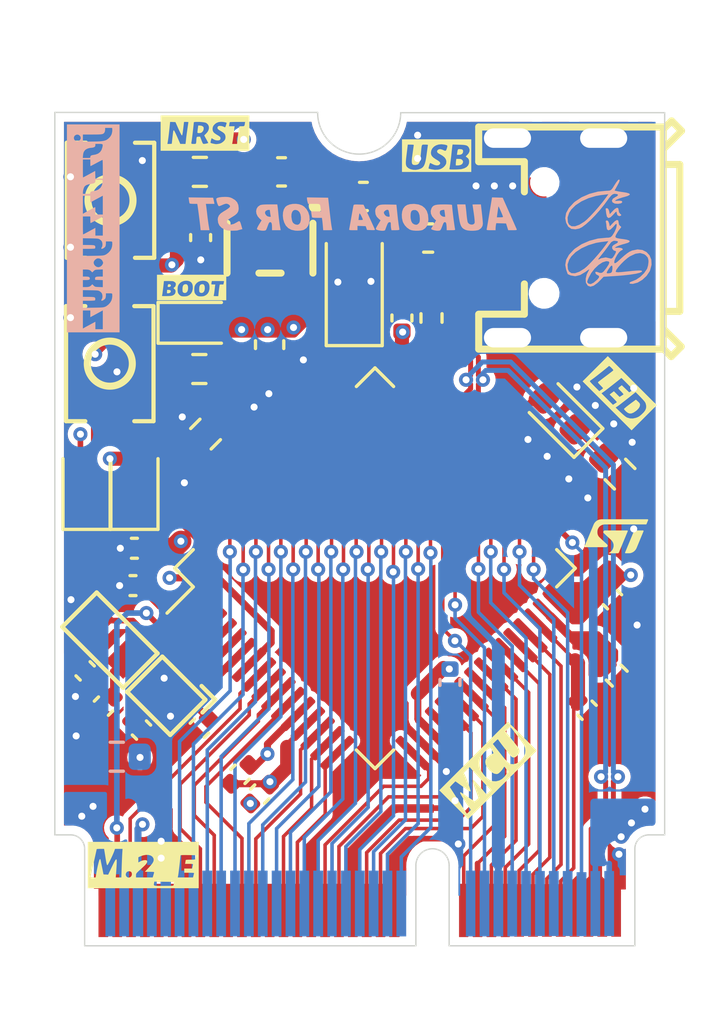
<source format=kicad_pcb>
(kicad_pcb (version 20211014) (generator pcbnew)
  (layers (0 "F.Cu" jumper) (1 "In1.Cu" jumper) (2 "In2.Cu" signal) (31 "B.Cu" signal) (34 "B.Paste" user) (35 "F.Paste" user) (36 "B.SilkS" user "B.Silkscreen") (37 "F.SilkS" user "F.Silkscreen") (38 "B.Mask" user) (39 "F.Mask" user) (44 "Edge.Cuts" user))
  (net 0 "")
  (net 1 "VBUS")
  (net 2 "GNDD")
  (net 3 "+3V3")
  (net 4 "VCC")
  (net 5 "/PC14")
  (net 6 "/PH1")
  (net 7 "/PC15")
  (net 8 "/PH0")
  (net 9 "/VBAT")
  (net 10 "/VBAT_IN")
  (net 11 "Net-(D3-Pad1)")
  (net 12 "/PB0")
  (net 13 "Net-(D5-Pad1)")
  (net 16 "/PB11")
  (net 17 "/BOOT0")
  (net 18 "/NRST")
  (net 19 "GNDA")
  (net 20 "/PC13")
  (net 21 "/PC0")
  (net 22 "/PC1")
  (net 23 "/PC2")
  (net 24 "/PC3")
  (net 25 "/PA0")
  (net 26 "/PA1")
  (net 27 "/PA2")
  (net 28 "/PA3")
  (net 29 "/PA4")
  (net 30 "/PA5")
  (net 31 "/PA6")
  (net 32 "/PA7")
  (net 33 "/PC4")
  (net 34 "/PC5")
  (net 35 "/PB1")
  (net 36 "/PB2")
  (net 37 "/PB10")
  (net 38 "/PB12")
  (net 39 "/PB13")
  (net 40 "/PB14")
  (net 41 "/PB15")
  (net 42 "/PC6")
  (net 43 "/PC7")
  (net 44 "/PC8")
  (net 45 "/PC9")
  (net 46 "/PA8")
  (net 47 "/PA9")
  (net 48 "/PA10")
  (net 49 "/PA13")
  (net 50 "/PA14")
  (net 51 "/PA15")
  (net 52 "/PC10")
  (net 53 "/PC11")
  (net 54 "/PC12")
  (net 55 "/PD2")
  (net 56 "/PB3")
  (net 57 "/PB4")
  (net 58 "/PB5")
  (net 59 "/PB6")
  (net 60 "/PB7")
  (net 61 "/PB8")
  (net 62 "/PB9")
  (net 64 "/ID")
  (net 65 "/USB_D+")
  (net 66 "/USB_D-")
  (net 67 "/PIN31")
  (net 68 "/PIN47")
  (footprint "Diode_SMD:D_SMF" (layer "F.Cu") (at 139.8016 87.9602 90)
    (fp_text reference "D4" hide)
    (fp_text value "BZD27Cxx" hide)
  )
  (footprint "Capacitor_SMD:C_0402_1005Metric" (layer "F.Cu") (at 130.094 101.9724 -45)
    (fp_text reference "C5" hide)
    (fp_text value "NOT DEFINE" hide)
  )
  (footprint "Package_QFP:LQFP-64_10x10mm_P0.5mm" (layer "F.Cu") (at 140.550011 98.270009 45)
    (fp_text reference "U1" hide)
    (fp_text value "STM32F446RETx" hide)
  )
  (footprint "Capacitor_SMD:C_0402_1005Metric" (layer "F.Cu") (at 135.6802 105.7031 45)
    (fp_text reference "C4" hide)
    (fp_text value "10NF" hide)
  )
  (footprint "LOGO" (layer "F.Cu") (at 134.4168 82.5754)
    (fp_text reference "G***" hide)
    (fp_text value "LOGO" hide)
  )
  (footprint "kicad_lceda:FC-12M_L2.0-W1.2" (layer "F.Cu") (at 130.9878 100.8634 -45)
    (fp_text reference "X1" hide)
    (fp_text value "FC-12M32.768KHZ7PF20PPM" hide)
  )
  (footprint "Capacitor_SMD:C_0402_1005Metric" (layer "F.Cu") (at 134.2594 86.3446 90)
    (fp_text reference "C12" hide)
    (fp_text value "100NF" hide)
  )
  (footprint "Diode_SMD:D_SOD-323" (layer "F.Cu") (at 131.871999 95.368389 90)
    (fp_text reference "D2" hide)
    (fp_text value "BAT60A" hide)
  )
  (footprint "LOGO" (layer "F.Cu") (at 144.6276 105.5624 45)
    (fp_text reference "G***" hide)
    (fp_text value "LOGO" hide)
  )
  (footprint "LOGO" (layer "F.Cu") (at 132.1816 108.966)
    (fp_text reference "G***" hide)
    (fp_text value "LOGO" hide)
  )
  (footprint "Resistor_SMD:R_0402_1005Metric" (layer "F.Cu") (at 142.589 89.2439 90)
    (fp_text reference "R6" hide)
    (fp_text value "NOT SURE" hide)
  )
  (footprint "Diode_SMD:D_SOD-323" (layer "F.Cu") (at 130.144799 95.368389 90)
    (fp_text reference "D1" hide)
    (fp_text value "BAT60A" hide)
  )
  (footprint "kicad_lceda:SW-SMD_L4.0-W2.9-LS5.0" (layer "F.Cu") (at 130.9828 90.8912 -90)
    (fp_text reference "SW1" hide)
    (fp_text value "TS342A2P-WZ" hide)
  )
  (footprint "kicad_lceda:SW-SMD_L4.0-W2.9-LS5.0" (layer "F.Cu") (at 131.008196 84.998408 90)
    (fp_text reference "SW2" hide)
    (fp_text value "TS342A2P-WZ" hide)
  )
  (footprint "Resistor_SMD:R_0402_1005Metric" (layer "F.Cu") (at 149.2708 102.1434 -45)
    (fp_text reference "R5" hide)
    (fp_text value "NOT SURE" hide)
  )
  (footprint "Capacitor_SMD:C_0402_1005Metric" (layer "F.Cu") (at 131.8194 98.8959 180)
    (fp_text reference "C9" hide)
    (fp_text value "1UF" hide)
  )
  (footprint "LED_SMD:LED_0603_1608Metric" (layer "F.Cu") (at 147.200849 92.700856 135)
    (fp_text reference "D3" hide)
    (fp_text value "LED" hide)
  )
  (footprint "LOGO" (layer "F.Cu") (at 133.9342 88.138)
    (fp_text reference "G***" hide)
    (fp_text value "LOGO" hide)
  )
  (footprint "kicad_lceda:SOT-23-5_L3.0-W1.7-P0.95-LS2.8-BR" (layer "F.Cu") (at 136.761296 86.725608 90)
    (fp_text reference "U2" hide)
    (fp_text value "ME6217C33M5G" hide)
  )
  (footprint "Resistor_SMD:R_0603_1608Metric" (layer "F.Cu") (at 134.4372 93.4312 45)
    (fp_text reference "R1" hide)
    (fp_text value "4.7K" hide)
  )
  (footprint "Capacitor_SMD:C_0402_1005Metric" (layer "F.Cu") (at 131.8702 97.5497 180)
    (fp_text reference "C15" hide)
    (fp_text value "100NF" hide)
  )
  (footprint "Connector_PCBEdge:NGFF_E" (layer "F.Cu") (at 139.999999 111.887508)
    (fp_text reference "J1" hide)
    (fp_text value "Bus_M.2_Socket_E" hide)
    (fp_line (start 3.225 -2.9) (end 3.225 0) (layer "Edge.Cuts") (width 0.05))
    (fp_line (start 0 0) (end 2.025 0) (layer "Edge.Cuts") (width 0.05))
    (fp_line (start 10.425 -4) (end 11 -4) (layer "Edge.Cuts") (width 0.05))
    (fp_line (start -9.925 -3.5) (end -9.925 0) (layer "Edge.Cuts") (width 0.05))
    (fp_line (start -11 -4) (end -10.425 -4) (layer "Edge.Cuts") (width 0.05))
    (fp_line (start 9.925 0) (end 9.925 -3.5) (layer "Edge.Cuts") (width 0.05))
    (fp_line (start 2.025 0) (end 2.025 -2.9) (layer "Edge.Cuts") (width 0.05))
    (fp_line (start 3.225 0) (end 9.925 0) (layer "Edge.Cuts") (width 0.05))
    (fp_line (start -9.925 0) (end 0 0) (layer "Edge.Cuts") (width 0.05))
    (fp_arc (start -10.425 -4) (mid -10.071447 -3.853553) (end -9.925 -3.5) (layer "Edge.Cuts") (width 0.05))
    (fp_arc (start 2.025 -2.9) (mid 2.625 -3.5) (end 3.225 -2.9) (layer "Edge.Cuts") (width 0.05))
    (fp_arc (start 9.925 -3.5) (mid 10.071447 -3.853553) (end 10.425 -4) (layer "Edge.Cuts") (width 0.05))
  )
  (footprint "Fuse:Fuse_0603_1608Metric" (layer "F.Cu") (at 142.4686 86.36 180)
    (fp_text reference "F1" hide)
    (fp_text value "Fuse" hide)
  )
  (footprint "Resistor_SMD:R_0603_1608Metric" (layer "F.Cu") (at 134.2324 83.9736 180)
    (fp_text reference "R3" hide)
    (fp_text value "4.7K" hide)
  )
  (footprint "LOGO" (layer "F.Cu") (at 149.3774 91.948 -45)
    (fp_text reference "G***" hide)
    (fp_text value "LOGO" hide)
  )
  (footprint "Capacitor_SMD:C_0402_1005Metric" (layer "F.Cu") (at 134.2136 104.0384 -135)
    (fp_text reference "C6" hide)
    (fp_text value "18PF" hide)
  )
  (footprint "Capacitor_SMD:C_0402_1005Metric" (layer "F.Cu") (at 141.5222 89.2439 90)
    (fp_text reference "C14" hide)
    (fp_text value "100NF" hide)
  )
  (footprint "Capacitor_SMD:C_0402_1005Metric" (layer "F.Cu") (at 148.2024 103.3917 -45)
    (fp_text reference "C11" hide)
    (fp_text value "NOT SURE" hide)
  )
  (footprint "Resistor_SMD:R_0603_1608Metric" (layer "F.Cu") (at 149.39 94.875 -45)
    (fp_text reference "R4" hide)
    (fp_text value "1K" hide)
  )
  (footprint "Capacitor_SMD:C_0603_1608Metric" (layer "F.Cu") (at 136.7486 90.2054 -90)
    (fp_text reference "C1" hide)
    (fp_text value "10UF" hide)
  )
  (footprint "Resistor_SMD:R_0603_1608Metric" (layer "F.Cu") (at 134.2136 91.0844)
    (fp_text reference "R7" hide)
    (fp_text value "1K" hide)
  )
  (footprint "Capacitor_SMD:C_0402_1005Metric" (layer "F.Cu") (at 130.7544 103.2424 -135)
    (fp_text reference "C8" hide)
    (fp_text value "NOT DEFINE" hide)
  )
  (footprint "Capacitor_SMD:C_0402_1005Metric" (layer "F.Cu") (at 132.126 104.106 -45)
    (fp_text reference "C10" hide)
    (fp_text value "18PF" hide)
  )
  (footprint "Capacitor_SMD:C_0402_1005Metric" (layer "F.Cu") (at 136.3914 106.4143 -135)
    (fp_text reference "C7" hide)
    (fp_text value "1UF" hide)
  )
  (footprint "Capacitor_SMD:C_0603_1608Metric" (layer "F.Cu") (at 137.1788 83.9736 180)
    (fp_text reference "C2" hide)
    (fp_text value "10UF" hide)
  )
  (footprint "Capacitor_SMD:C_0402_1005Metric" (layer "F.Cu") (at 149.1168 99.4039 -45)
    (fp_text reference "C3" hide)
    (fp_text value "100NF" hide)
  )
  (footprint "kicad_lceda:CRYSTAL-SMD_4P-L1.6-W1.2-BL" (layer "F.Cu") (at 133.0198 102.87 135)
    (fp_text reference "X2" hide)
    (fp_text value "7R24000E12UBE" hide)
  )
  (footprint "LED_SMD:LED_0603_1608Metric" (layer "F.Cu") (at 134.2086 89.418)
    (fp_text reference "D5" hide)
    (fp_text value "LED" hide)
  )
  (footprint "Capacitor_SMD:C_0603_1608Metric" (layer "F.Cu") (at 140.1318 84.8614)
    (fp_text reference "C13" hide)
    (fp_text value "10UF" hide)
  )
  (footprint "LOGO" (layer "F.Cu") (at 142.7734 83.3882)
    (fp_text reference "G***" hide)
    (fp_text value "LOGO" hide)
  )
  (footprint "kicad_lceda:MICRO-USB-SMD_U-F-M5DD-Y-1" (layer "F.Cu") (at 147.0648 86.3562)
    (fp_text reference "USB1" hide)
    (fp_text value "U-F-M5DD-Y-1" hide)
  )
  (footprint "LOGO" (layer "B.Cu") (at 149.08499 86.053839 90)
    (fp_text reference "G***" hide)
    (fp_text value "LOGO" hide)
  )
  (footprint "Resistor_SMD:R_0603_1608Metric" (layer "B.Cu") (at 131.2352 105.0681 180)
    (fp_text reference "R2" hide)
    (fp_text value "0R" hide)
  )
  (footprint "Capacitor_SMD:C_0402_1005Metric" (layer "B.Cu") (at 143.256 102.3874 -90)
    (fp_text reference "C16" hide)
    (fp_text value "100NF" hide)
  )
  (footprint "LOGO" (layer "B.Cu") (at 130.3782 86.0044 -90)
    (fp_text reference "G***" hide)
    (fp_text value "LOGO" hide)
  )
  (footprint "LOGO" (layer "B.Cu") (at 139.8016 85.4964 180)
    (fp_text reference "G***" hide)
    (fp_text value "LOGO" hide)
  )
  (gr_poly (pts (xy 149.664314 96.927988) (xy 149.664288 96.927133) (xy 149.66422 96.926283) (xy 149.66411 96.925442) (xy 149.663959 96.924609) (xy 149.663768 96.923786) (xy 149.663538 96.922975) (xy 149.663269 96.922178) (xy 149.662961 96.921394) (xy 149.662615 96.920627) (xy 149.662232 96.919877) (xy 149.661813 96.919146) (xy 149.661357 96.918435) (xy 149.660866 96.917745) (xy 149.660341 96.917079) (xy 149.659781 96.916437) (xy 149.659187 96.915821) (xy 149.658564 96.915235) (xy 149.657915 96.914682) (xy 149.657242 96.914165) (xy 149.656546 96.913682) (xy 149.65583 96.913236) (xy 149.655094 96.912825) (xy 149.654339 96.912452) (xy 149.653568 96.912115) (xy 149.652781 96.911817) (xy 149.65198 96.911558) (xy 149.651166 96.911337) (xy 149.650341 96.911157) (xy 149.649506 96.911016) (xy 149.648663 96.910917) (xy 149.647813 96.910859) (xy 149.646958 96.910843) (xy 148.848551 96.910843) (xy 148.844511 96.910996) (xy 148.840517 96.911447) (xy 148.836584 96.912186) (xy 148.832725 96.913199) (xy 148.828955 96.914476) (xy 148.825288 96.916005) (xy 148.821739 96.917775) (xy 148.818322 96.919773) (xy 148.815052 96.921987) (xy 148.811942 96.924408) (xy 148.809007 96.927022) (xy 148.806262 96.929818) (xy 148.80372 96.932785) (xy 148.801396 96.935911) (xy 148.799305 96.939184) (xy 148.79746 96.942593) (xy 148.795877 96.946126) (xy 148.794568 96.949771) (xy 148.79355 96.953517) (xy 148.792836 96.957352) (xy 148.79244 96.961264) (xy 148.792377 96.965243) (xy 148.792661 96.969275) (xy 148.793306 96.973351) (xy 148.794327 96.977457) (xy 148.795739 96.981583) (xy 148.797555 96.985716) (xy 148.799789 96.989846) (xy 148.802457 96.99396) (xy 148.805572 96.998047) (xy 148.80915 97.002095) (xy 148.813203 97.006093) (xy 149.076939 97.251732) (xy 149.081483 97.256236) (xy 149.086644 97.261744) (xy 149.093268 97.269312) (xy 149.101009 97.278859) (xy 149.109522 97.290303) (xy 149.118459 97.303561) (xy 149.122979 97.310845) (xy 149.127475 97.318552) (xy 149.131904 97.326672) (xy 149.136223 97.335195) (xy 149.140388 97.344109) (xy 149.144357 97.353405) (xy 149.148085 97.363073) (xy 149.15153 97.373103) (xy 149.154648 97.383484) (xy 149.157396 97.394205) (xy 149.159731 97.405257) (xy 149.161609 97.41663) (xy 149.162987 97.428313) (xy 149.163822 97.440296) (xy 149.164071 97.452568) (xy 149.16369 97.46512) (xy 149.162636 97.477941) (xy 149.160865 97.491021) (xy 149.158832 97.502508) (xy 149.156434 97.513714) (xy 149.150609 97.535277) (xy 149.143519 97.55571) (xy 149.135292 97.575013) (xy 149.126057 97.593185) (xy 149.115943 97.610225) (xy 149.10508 97.626133) (xy 149.093595 97.640908) (xy 149.081618 97.654549) (xy 149.069277 97.667056) (xy 149.056702 97.678428) (xy 149.04402 97.688665) (xy 149.031362 97.697766) (xy 149.018855 97.70573) (xy 149.006629 97.712556) (xy 148.994813 97.718245) (xy 148.994633 97.718322) (xy 148.994459 97.718406) (xy 148.99429 97.718497) (xy 148.994127 97.718596) (xy 148.993969 97.7187) (xy 148.993817 97.718812) (xy 148.99367 97.718929) (xy 148.99353 97.719052) (xy 148.993395 97.719181) (xy 148.993267 97.719315) (xy 148.993145 97.719454) (xy 148.99303 97.719599) (xy 148.992921 97.719748) (xy 148.992818 97.719901) (xy 148.992723 97.720059) (xy 148.992635 97.72022) (xy 148.992553 97.720385) (xy 148.992479 97.720554) (xy 148.992412 97.720726) (xy 148.992353 97.7209) (xy 148.992301 97.721078) (xy 148.992257 97.721258) (xy 148.99222 97.72144) (xy 148.992192 97.721624) (xy 148.992172 97.72181) (xy 148.99216 97.721997) (xy 148.992156 97.722185) (xy 148.992161 97.722375) (xy 148.992175 97.722565) (xy 148.992197 97.722756) (xy 148.992228 97.722946) (xy 148.992268 97.723137) (xy 148.992317 97.723326) (xy 148.992373 97.723511) (xy 148.992438 97.723692) (xy 148.99251 97.723868) (xy 148.99259 97.72404) (xy 148.992677 97.724208) (xy 148.99277 97.72437) (xy 148.992871 97.724528) (xy 148.992978 97.72468) (xy 148.993091 97.724827) (xy 148.99321 97.724969) (xy 148.993336 97.725105) (xy 148.993466 97.725235) (xy 148.993602 97.72536) (xy 148.993744 97.725478) (xy 148.99389 97.72559) (xy 148.994041 97.725695) (xy 148.994196 97.725794) (xy 148.994356 97.725886) (xy 148.994519 97.725972) (xy 148.994687 97.72605) (xy 148.994858 97.726121) (xy 148.995033 97.726184) (xy 148.99521 97.72624) (xy 148.995391 97.726288) (xy 148.995574 97.726328) (xy 148.99576 97.72636) (xy 148.995948 97.726384) (xy 148.996138 97.7264) (xy 148.99633 97.726407) (xy 148.996523 97.726405) (xy 148.996718 97.726394) (xy 149.304164 97.726394) (xy 149.307602 97.7263) (xy 149.310989 97.725951) (xy 149.314312 97.725355) (xy 149.317561 97.724519) (xy 149.320722 97.723451) (xy 149.323786 97.722159) (xy 149.326741 97.72065) (xy 149.329574 97.718931) (xy 149.332274 97.717011) (xy 149.334831 97.714897) (xy 149.337232 97.712596) (xy 149.339465 97.710117) (xy 149.34152 97.707466) (xy 149.343385 97.704651) (xy 149.345047 97.70168) (xy 149.346497 97.69856) (xy 149.662939 96.93402) (xy 149.663107 96.933667) (xy 149.663265 96.933309) (xy 149.663413 96.932947) (xy 149.663549 96.932581) (xy 149.663674 96.932212) (xy 149.663789 96.93184) (xy 149.663892 96.931464) (xy 149.663984 96.931086) (xy 149.664065 96.930705) (xy 149.664135 96.930321) (xy 149.664193 96.929936) (xy 149.66424 96.929549) (xy 149.664276 96.929161) (xy 149.6643 96.928771) (xy 149.664313 96.92838) (xy 149.664314 96.927988)) (layer "F.SilkS") (width 0.010583) (fill solid))
  (gr_poly (pts (xy 150.383134 96.509417) (xy 148.724409 96.509417) (xy 148.701754 96.510228) (xy 148.67944 96.512675) (xy 148.657538 96.516711) (xy 148.636121 96.522287) (xy 148.615262 96.529357) (xy 148.595034 96.537873) (xy 148.575509 96.547789) (xy 148.556759 96.559057) (xy 148.538859 96.571629) (xy 148.521879 96.585458) (xy 148.505894 96.600498) (xy 148.490975 96.6167) (xy 148.477196 96.634018) (xy 148.464629 96.652404) (xy 148.453346 96.671811) (xy 148.443421 96.692191) (xy 148.115973 97.480967) (xy 148.115584 97.481974) (xy 148.115262 97.482996) (xy 148.115006 97.48403) (xy 148.114815 97.485073) (xy 148.11469 97.486122) (xy 148.114629 97.487174) (xy 148.114633 97.488226) (xy 148.114701 97.489275) (xy 148.114834 97.490318) (xy 148.11503 97.491352) (xy 148.11529 97.492373) (xy 148.115613 97.493379) (xy 148.115999 97.494367) (xy 148.116448 97.495333) (xy 148.116959 97.496275) (xy 148.117532 97.49719) (xy 148.118161 97.498066) (xy 148.118839 97.498896) (xy 148.119563 97.499677) (xy 148.120331 97.500409) (xy 148.12114 97.501089) (xy 148.121986 97.501717) (xy 148.122868 97.50229) (xy 148.123783 97.502808) (xy 148.124728 97.503268) (xy 148.1257 97.503671) (xy 148.126696 97.504014) (xy 148.127715 97.504295) (xy 148.128753 97.504514) (xy 148.129807 97.504668) (xy 148.130875 97.504757) (xy 148.131954 97.504779) (xy 148.880936 97.504779) (xy 148.88581 97.504631) (xy 148.890505 97.504194) (xy 148.895014 97.50348) (xy 148.899331 97.502498) (xy 148.90345 97.501262) (xy 148.907364 97.499782) (xy 148.911067 97.49807) (xy 148.914551 97.496136) (xy 148.917812 97.493992) (xy 148.920841 97.491649) (xy 148.923632 97.489119) (xy 148.92618 97.486412) (xy 148.928477 97.483541) (xy 148.930517 97.480515) (xy 148.932294 97.477347) (xy 148.9338 97.474048) (xy 148.93503 97.470629) (xy 148.935977 97.467101) (xy 148.936634 97.463476) (xy 148.936995 97.459764) (xy 148.937053 97.455978) (xy 148.936803 97.452127) (xy 148.936236 97.448225) (xy 148.935348 97.444281) (xy 148.934131 97.440307) (xy 148.932578 97.436315) (xy 148.930684 97.432315) (xy 148.928442 97.428319) (xy 148.925845 97.424338) (xy 148.922887 97.420384) (xy 148.919561 97.416467) (xy 148.915861 97.412599) (xy 148.6408 97.155) (xy 148.627853 97.141183) (xy 148.616122 97.126365) (xy 148.605614 97.110641) (xy 148.596333 97.094105) (xy 148.588285 97.076851) (xy 148.581478 97.058974) (xy 148.575915 97.040568) (xy 148.571604 97.021728) (xy 148.568549 97.002548) (xy 148.566757 96.983122) (xy 148.566233 96.963545) (xy 148.566983 96.943912) (xy 148.569014 96.924316) (xy 148.57233 96.904852) (xy 148.576938 96.885614) (xy 148.582843 96.866697) (xy 148.590052 96.848195) (xy 148.598569 96.830203) (xy 148.608401 96.812815) (xy 148.619554 96.796125) (xy 148.632033 96.780228) (xy 148.645844 96.765218) (xy 148.660994 96.751189) (xy 148.677486 96.738237) (xy 148.695329 96.726455) (xy 148.714527 96.715937) (xy 148.735085 96.706779) (xy 148.757011 96.699074) (xy 148.78031 96.692917) (xy 148.804987 96.688402) (xy 148.831048 96.685624) (xy 148.858499 96.684677) (xy 150.32482 96.684677) (xy 150.32619 96.684627) (xy 150.327537 96.684472) (xy 150.328856 96.684215) (xy 150.330142 96.683859) (xy 150.331389 96.683408) (xy 150.332594 96.682865) (xy 150.333752 96.682234) (xy 150.334857 96.681518) (xy 150.335905 96.68072) (xy 150.33689 96.679845) (xy 150.337808 96.678894) (xy 150.338655 96.677872) (xy 150.339425 96.676783) (xy 150.340113 96.675629) (xy 150.340714 96.674414) (xy 150.341224 96.673141) (xy 150.399221 96.532912) (xy 150.399377 96.53252) (xy 150.399523 96.532125) (xy 150.399658 96.531727) (xy 150.399784 96.531326) (xy 150.3999 96.530922) (xy 150.400005 96.530515) (xy 150.4001 96.530106) (xy 150.400185 96.529695) (xy 150.40026 96.529282) (xy 150.400324 96.528867) (xy 150.400378 96.52845) (xy 150.400422 96.528032) (xy 150.400455 96.527613) (xy 150.400477 96.527193) (xy 150.400489 96.526772) (xy 150.400491 96.52635) (xy 150.400448 96.525473) (xy 150.400362 96.524608) (xy 150.400234 96.523756) (xy 150.400066 96.522918) (xy 150.399858 96.522096) (xy 150.399611 96.521289) (xy 150.399328 96.520501) (xy 150.399007 96.51973) (xy 150.398652 96.518979) (xy 150.398262 96.518248) (xy 150.397838 96.517539) (xy 150.397383 96.516852) (xy 150.396896 96.516189) (xy 150.39638 96.51555) (xy 150.395834 96.514937) (xy 150.39526 96.51435) (xy 150.39466 96.513791) (xy 150.394033 96.513261) (xy 150.393382 96.51276) (xy 150.392707 96.51229) (xy 150.392009 96.511851) (xy 150.391289 96.511446) (xy 150.390549 96.511074) (xy 150.389789 96.510737) (xy 150.389011 96.510436) (xy 150.388216 96.510171) (xy 150.387404 96.509945) (xy 150.386576 96.509757) (xy 150.385735 96.50961) (xy 150.38488 96.509503) (xy 150.384013 96.509439) (xy 150.383134 96.509417)) (layer "F.SilkS") (width 0.010583) (fill solid))
  (gr_poly (pts (xy 150.217823 96.910949) (xy 149.9362 96.910949) (xy 149.932763 96.911048) (xy 149.929378 96.911401) (xy 149.926057 96.912001) (xy 149.92281 96.912839) (xy 149.91965 96.913909) (xy 149.916587 96.915202) (xy 149.913634 96.916712) (xy 149.910802 96.91843) (xy 149.908102 96.920349) (xy 149.905545 96.922462) (xy 149.903144 96.924761) (xy 149.90091 96.927239) (xy 149.898853 96.929887) (xy 149.896986 96.932699) (xy 149.89532 96.935667) (xy 149.893867 96.938783) (xy 149.578378 97.700783) (xy 149.578138 97.701243) (xy 149.577913 97.70171) (xy 149.577703 97.702183) (xy 149.577508 97.702662) (xy 149.577328 97.703146) (xy 149.577163 97.703635) (xy 149.577013 97.704129) (xy 149.576879 97.704627) (xy 149.57676 97.705128) (xy 149.576657 97.705634) (xy 149.576569 97.706142) (xy 149.576497 97.706654) (xy 149.57644 97.707167) (xy 149.5764 97.707683) (xy 149.576375 97.708201) (xy 149.576367 97.70872) (xy 149.576393 97.70957) (xy 149.576461 97.710414) (xy 149.57657 97.711251) (xy 149.57672 97.712079) (xy 149.57691 97.712896) (xy 149.577139 97.713702) (xy 149.577406 97.714495) (xy 149.577712 97.715273) (xy 149.578056 97.716036) (xy 149.578436 97.716781) (xy 149.578853 97.717508) (xy 149.579306 97.718215) (xy 149.579794 97.7189) (xy 149.580316 97.719562) (xy 149.580873 97.7202) (xy 149.581463 97.720813) (xy 149.582083 97.721395) (xy 149.582728 97.721944) (xy 149.583397 97.722458) (xy 149.584088 97.722938) (xy 149.5848 97.723382) (xy 149.585532 97.72379) (xy 149.586282 97.724161) (xy 149.587048 97.724495) (xy 149.58783 97.724791) (xy 149.588627 97.725049) (xy 149.589435 97.725268) (xy 149.590255 97.725448) (xy 149.591085 97.725587) (xy 149.591922 97.725686) (xy 149.592767 97.725744) (xy 149.593618 97.725759) (xy 149.69871 97.725759) (xy 149.721736 97.72499) (xy 149.744411 97.722531) (xy 149.766657 97.718434) (xy 149.788401 97.712747) (xy 149.809565 97.705521) (xy 149.830074 97.696806) (xy 149.849852 97.686652) (xy 149.868823 97.675109) (xy 149.886912 97.662226) (xy 149.904043 97.648055) (xy 149.920139 97.632644) (xy 149.935124 97.616044) (xy 149.948924 97.598305) (xy 149.961462 97.579477) (xy 149.972663 97.559609) (xy 149.982449 97.538752) (xy 150.233168 96.933491) (xy 150.233314 96.93311) (xy 150.23345 96.932726) (xy 150.233578 96.93234) (xy 150.233697 96.931951) (xy 150.233808 96.93156) (xy 150.233909 96.931166) (xy 150.234002 96.93077) (xy 150.234086 96.930373) (xy 150.234162 96.929973) (xy 150.234228 96.929573) (xy 150.234286 96.92917) (xy 150.234334 96.928766) (xy 150.234374 96.928361) (xy 150.234404 96.927956) (xy 150.234426 96.927549) (xy 150.234438 96.927141) (xy 150.234382 96.926309) (xy 150.234286 96.925488) (xy 150.234151 96.92468) (xy 150.233979 96.923885) (xy 150.233771 96.923105) (xy 150.233527 96.922341) (xy 150.233248 96.921593) (xy 150.232936 96.920862) (xy 150.232591 96.92015) (xy 150.232214 96.919456) (xy 150.231806 96.918783) (xy 150.231369 96.918131) (xy 150.230902 96.917501) (xy 150.230408 96.916894) (xy 150.229887 96.916311) (xy 150.22934 96.915752) (xy 150.228767 96.915219) (xy 150.228171 96.914713) (xy 150.227551 96.914235) (xy 150.226909 96.913785) (xy 150.226246 96.913364) (xy 150.225563 96.912974) (xy 150.22486 96.912615) (xy 150.224139 96.912289) (xy 150.2234 96.911995) (xy 150.222645 96.911736) (xy 150.221875 96.911512) (xy 150.221089 96.911323) (xy 150.220291 96.911172) (xy 150.219479 96.911059) (xy 150.218656 96.910984) (xy 150.217823 96.910949)) (layer "F.SilkS") (width 0.010583) (fill solid))
  (gr_line (start 151 107.8875) (end 151 81.8388) (layer "Edge.Cuts") (width 0.05))
  (gr_line (start 129 81.83) (end 138.4808 81.83) (layer "Edge.Cuts") (width 0.05))
  (gr_line (start 141.478 81.8388) (end 151 81.8388) (layer "Edge.Cuts") (width 0.05))
  (gr_arc (start 141.478 81.8388) (mid 139.974988 83.336936) (end 138.4808 81.83) (layer "Edge.Cuts") (width 0.05))
  (gr_line (start 129 107.8875) (end 129 81.83) (layer "Edge.Cuts") (width 0.05))
  (segment (start 143.1224 105.6015) (end 143.1224 105.438594) (width 0.254) (layer "F.Cu") (net 2))
  (segment (start 143.437897 106.653597) (end 143.169194 106.9223) (width 0.2032) (layer "F.Cu") (net 2))
  (segment (start 143.169194 106.9223) (end 141.2682 106.9223) (width 0.2032) (layer "F.Cu") (net 2))
  (segment (start 143.351 108.02254) (end 143.543581 108.215121) (width 0.2032) (layer "F.Cu") (net 2))
  (segment (start 143.543581 108.215121) (end 143.556 108.215121) (width 0.2032) (layer "F.Cu") (net 2))
  (segment (start 139.75 108.4405) (end 139.75 110.6125) (width 0.2032) (layer "F.Cu") (net 2))
  (segment (start 141.2682 106.9223) (end 139.75 108.4405) (width 0.2032) (layer "F.Cu") (net 2))
  (segment (start 143.1224 105.438594) (end 142.264734 104.580928) (width 0.254) (layer "F.Cu") (net 2))
  (segment (start 141.225089 109.659389) (end 141.225089 108.743411) (width 0.2032) (layer "F.Cu") (net 2))
  (segment (start 141.25 109.6843) (end 141.225089 109.659389) (width 0.2032) (layer "F.Cu") (net 2))
  (segment (start 141.25 110.6125) (end 141.25 109.6843) (width 0.2032) (layer "F.Cu") (net 2))
  (segment (start 141.225089 108.743411) (end 141.94596 108.02254) (width 0.2032) (layer "F.Cu") (net 2))
  (segment (start 141.94596 108.02254) (end 143.351 108.02254) (width 0.2032) (layer "F.Cu") (net 2))
  (via (at 132.9436 102.235) (size 0.508) (drill 0.254) (layers "F.Cu" "B.Cu") (net 2))
  (via (at 129.56371 86.691604) (size 0.508) (drill 0.254) (layers "F.Cu" "B.Cu") (net 2))
  (via (at 146.0688 93.6256) (size 0.508) (drill 0.254) (layers "F.Cu" "B.Cu") (net 2))
  (via (at 131.3368 98.8959) (size 0.508) (drill 0.254) (layers "F.Cu" "B.Cu") (net 2))
  (via (at 133.5974 92.8128) (size 0.508) (drill 0.254) (layers "F.Cu" "B.Cu") (net 2))
  (via (at 143.556 108.215121) (size 0.508) (drill 0.254) (layers "F.Cu" "B.Cu") (net 2))
  (via (at 129.7686 104.3178) (size 0.508) (drill 0.254) (layers "F.Cu" "B.Cu") (net 2))
  (via (at 129.5825 99.4039) (size 0.508) (drill 0.254) (layers "F.Cu" "B.Cu") (net 2))
  (via (at 131.3622 97.5492) (size 0.508) (drill 0.254) (layers "F.Cu" "B.Cu") (net 2))
  (via (at 148.2278 95.7338) (size 0.508) (drill 0.254) (layers "F.Cu" "B.Cu") (net 2))
  (via (at 147.542 95.048) (size 0.508) (drill 0.254) (layers "F.Cu" "B.Cu") (net 2))
  (via (at 129.56371 89.231604) (size 0.508) (drill 0.254) (layers "F.Cu" "B.Cu") (net 2))
  (via (at 133.6736 95.1875) (size 0.508) (drill 0.254) (layers "F.Cu" "B.Cu") (net 2))
  (via (at 140.4046 87.9231) (size 0.508) (drill 0.254) (layers "F.Cu" "B.Cu") (net 2))
  (via (at 149.828 93.7272) (size 0.508) (drill 0.254) (layers "F.Cu" "B.Cu") (net 2))
  (via (at 149.352 108.585) (size 0.508) (drill 0.254) (layers "F.Cu" "B.Cu") (net 2))
  (via (at 129.56371 84.151604) (size 0.508) (drill 0.254) (layers "F.Cu" "B.Cu") (net 2))
  (via (at 134.2644 87.1474) (size 0.508) (drill 0.254) (layers "F.Cu" "B.Cu") (net 2))
  (via (at 144.1958 84.4804) (size 0.508) (drill 0.254) (layers "F.Cu" "B.Cu") (net 2))
  (via (at 149.88371 96.851604) (size 0.508) (drill 0.254) (layers "F.Cu" "B.Cu") (net 2))
  (via (at 136.1882 92.4572) (size 0.508) (drill 0.254) (layers "F.Cu" "B.Cu") (net 2))
  (via (at 136.7216 91.9746) (size 0.508) (drill 0.254) (layers "F.Cu" "B.Cu") (net 2))
  (via (at 139.2108 87.9485) (size 0.508) (drill 0.254) (layers "F.Cu" "B.Cu") (net 2))
  (via (at 146.7612 94.234) (size 0.508) (drill 0.254) (layers "F.Cu" "B.Cu") (net 2))
  (via (at 143.1224 105.6015) (size 0.508) (drill 0.254) (layers "F.Cu" "B.Cu") (net 2))
  (via (at 147.834383 91.733583) (size 0.508) (drill 0.254) (layers "F.Cu" "B.Cu") (net 2))
  (via (at 149.88371 91.771604) (size 0.508) (drill 0.254) (layers "F.Cu" "B.Cu") (net 2))
  (via (at 142.0876 83.4898) (size 0.508) (drill 0.254) (layers "F.Cu" "B.Cu") (net 2))
  (via (at 150.0058 100.3183) (size 0.508) (drill 0.254) (layers "F.Cu" "B.Cu") (net 2))
  (via (at 129.7432 102.8954) (size 0.508) (drill 0.254) (layers "F.Cu" "B.Cu") (net 2))
  (via (at 133.1722 103.6066) (size 0.508) (drill 0.254) (layers "F.Cu" "B.Cu") (net 2))
  (via (at 132.8354 108.1161) (size 0.508) (drill 0.254) (layers "F.Cu" "B.Cu") (net 2))
  (via (at 132.8354 108.7257) (size 0.508) (drill 0.254) (layers "F.Cu" "B.Cu") (net 2))
  (via (at 148.498922 92.398122) (size 0.508) (drill 0.254) (layers "F.Cu" "B.Cu") (net 2))
  (via (at 143.437897 106.653597) (size 0.508) (drill 0.254) (layers "F.Cu" "B.Cu") (net 2))
  (via (at 132.1562 83.566) (size 0.508) (drill 0.254) (layers "F.Cu" "B.Cu") (net 2))
  (via (at 142.0876 82.6516) (size 0.508) (drill 0.254) (layers "F.Cu" "B.Cu") (net 2))
  (via (at 131.2418 91.186) (size 0.508) (drill 0.254) (layers "F.Cu" "B.Cu") (net 2))
  (via (at 149.163461 93.062661) (size 0.508) (drill 0.254) (layers "F.Cu" "B.Cu") (net 2))
  (via (at 145.5166 84.4804) (size 0.508) (drill 0.254) (layers "F.Cu" "B.Cu") (net 2))
  (via (at 137.9662 90.7554) (size 0.508) (drill 0.254) (layers "F.Cu" "B.Cu") (net 2))
  (via (at 144.8562 84.4804) (size 0.508) (drill 0.254) (layers "F.Cu" "B.Cu") (net 2))
  (segment (start 135.3058 82.804) (end 135.0608 83.049) (width 0.508) (layer "F.Cu") (net 3))
  (segment (start 141.5222 90.8187) (end 141.5222 89.7239) (width 0.508) (layer "F.Cu") (net 3))
  (segment (start 133.604 97.1804) (end 133.5466 97.2378) (width 0.508) (layer "F.Cu") (net 3))
  (segment (start 136.686989 106.042511) (end 135.340789 106.042511) (width 0.254) (layer "F.Cu") (net 3))
  (segment (start 137.382 104.6363) (end 138.12817 103.89013) (width 0.2032) (layer "F.Cu") (net 3))
  (segment (start 142.095324 103.70441) (end 142.095324 102.793176) (width 0.254) (layer "F.Cu") (net 3))
  (segment (start 130.9828 90.0226) (end 130.9828 88.8567) (width 0.254) (layer "F.Cu") (net 3))
  (segment (start 133.5466 97.2957) (end 133.2926 97.5497) (width 0.762) (layer "F.Cu") (net 3))
  (segment (start 141.911192 91.588692) (end 141.911192 91.605528) (width 0.2032) (layer "F.Cu") (net 3))
  (segment (start 142.618298 104.227384) (end 142.095324 103.70441) (width 0.254) (layer "F.Cu") (net 3))
  (segment (start 133.2926 97.5497) (end 132.3502 97.5497) (width 0.762) (layer "F.Cu") (net 3))
  (segment (start 137.382 104.7125) (end 137.382 105.4491) (width 0.508) (layer "F.Cu") (net 3))
  (segment (start 129.922848 94.096448) (end 130.1448 94.3184) (width 0.2032) (layer "F.Cu") (net 3))
  (segment (start 129.922848 93.4349) (end 129.922848 94.096448) (width 0.2032) (layer "F.Cu") (net 3))
  (segment (start 141.5222 91.1997) (end 141.911192 91.588692) (width 0.2032) (layer "F.Cu") (net 3))
  (segment (start 136.7597 105.9698) (end 136.686989 106.042511) (width 0.254) (layer "F.Cu") (net 3))
  (segment (start 141.5222 90.8187) (end 141.5222 91.1997) (width 0.508) (layer "F.Cu") (net 3))
  (segment (start 135.8138 82.804) (end 135.3058 82.804) (width 0.508) (layer "F.Cu") (net 3))
  (segment (start 143.1935 101.8677) (end 143.0208 101.8677) (width 0.254) (layer "F.Cu") (net 3))
  (segment (start 138.128159 103.873821) (end 138.111979 103.873821) (width 0.254) (layer "F.Cu") (net 3))
  (segment (start 133.5466 97.2378) (end 133.5466 97.2957) (width 0.508) (layer "F.Cu") (net 3))
  (segment (start 130.4544 90.551) (end 130.9828 90.0226) (width 0.254) (layer "F.Cu") (net 3))
  (segment (start 143.2306 101.9048) (end 143.1935 101.8677) (width 0.254) (layer "F.Cu") (net 3))
  (segment (start 135.0608 83.049) (end 135.0608 83.7966) (width 0.508) (layer "F.Cu") (net 3))
  (segment (start 137.382 104.7125) (end 137.382 104.6363) (width 0.2032) (layer "F.Cu") (net 3))
  (segment (start 133.875581 96.908819) (end 133.604 97.1804) (width 0.254) (layer "F.Cu") (net 3))
  (segment (start 137.382 105.4491) (end 136.756211 106.074889) (width 0.508) (layer "F.Cu") (net 3))
  (segment (start 133.885519 96.908819) (end 133.875581 96.908819) (width 0.254) (layer "F.Cu") (net 3))
  (segment (start 142.095324 102.793176) (end 143.0208 101.8677) (width 0.508) (layer "F.Cu") (net 3))
  (segment (start 142.618298 104.227384) (end 142.611884 104.227384) (width 0.254) (layer "F.Cu") (net 3))
  (segment (start 136.756211 106.074889) (end 136.730811 106.074889) (width 0.508) (layer "F.Cu") (net 3))
  (segment (start 136.698433 106.042511) (end 136.730811 106.074889) (width 0.254) (layer "F.Cu") (net 3))
  (via (at 143.2306 101.9048) (size 0.508) (drill 0.254) (layers "F.Cu" "B.Cu") (net 3))
  (via (at 137.6106 89.587) (size 0.508) (drill 0.254) (layers "F.Cu" "B.Cu") (net 3))
  (via (at 149.7772 98.5149) (size 0.508) (drill 0.254) (layers "F.Cu" "B.Cu") (net 3))
  (via (at 135.8138 82.804) (size 0.508) (drill 0.254) (layers "F.Cu" "B.Cu") (net 3))
  (via (at 149.430065 107.955318) (size 0.508) (drill 0.254) (layers "F.Cu" "B.Cu") (net 3))
  (via (at 141.5476 89.7519) (size 0.508) (drill 0.254) (layers "F.Cu" "B.Cu") (net 3))
  (via (at 149.8026 107.4557) (size 0.508) (drill 0.254) (layers "F.Cu" "B.Cu") (net 3))
  (via (at 129.9718 107.2134) (size 0.508) (drill 0.254) (layers "F.Cu" "B.Cu") (net 3))
  (via (at 136.6774 89.662) (size 0.508) (drill 0.254) (layers "F.Cu" "B.Cu") (net 3))
  (via (at 150.290479 106.9594) (size 0.508) (drill 0.254) (layers "F.Cu" "B.Cu") (net 3))
  (via (at 130.4544 90.551) (size 0.508) (drill 0.254) (layers "F.Cu" "B.Cu") (net 3))
  (via (at 133.5466 97.2957) (size 0.508) (drill 0.254) (layers "F.Cu" "B.Cu") (net 3))
  (via (at 129.922848 93.4349) (size 0.508) (drill 0.254) (layers "F.Cu" "B.Cu") (net 3))
  (via (at 136.7597 105.9698) (size 0.508) (drill 0.254) (layers "F.Cu" "B.Cu") (net 3))
  (via (at 130.3782 106.8578) (size 0.508) (drill 0.254) (layers "F.Cu" "B.Cu") (net 3))
  (via (at 135.7376 89.662) (size 0.508) (drill 0.254) (layers "F.Cu" "B.Cu") (net 3))
  (segment (start 131 110.3625) (end 131 109.03) (width 0.2032) (layer "B.Cu") (net 3))
  (segment (start 148.5 110.3625) (end 148.5 108.9544) (width 0.2032) (layer "B.Cu") (net 3))
  (segment (start 131.5 110.3625) (end 131.5 109.0464) (width 0.2032) (layer "B.Cu") (net 3))
  (segment (start 149 110.3625) (end 149 108.9188) (width 0.2032) (layer "B.Cu") (net 3))
  (segment (start 134.030412 100.8771) (end 132.5359 100.8771) (width 0.2032) (layer "F.Cu") (net 5))
  (segment (start 129.754589 100.875297) (end 130.377143 100.252743) (width 0.2032) (layer "F.Cu") (net 5))
  (segment (start 134.592625 100.338287) (end 134.042112 100.8888) (width 0.127) (layer "F.Cu") (net 5))
  (segment (start 132.5359 100.8771) (end 131.817 100.1582) (width 0.2032) (layer "F.Cu") (net 5))
  (segment (start 130.991686 100.1582) (end 130.651743 100.498143) (width 0.127) (layer "F.Cu") (net 5))
  (segment (start 131.817 100.1582) (end 130.991686 100.1582) (width 0.2032) (layer "F.Cu") (net 5))
  (segment (start 129.754589 101.632989) (end 129.754589 100.875297) (width 0.2032) (layer "F.Cu") (net 5))
  (segment (start 135.653286 101.404914) (end 134.080437 102.977763) (width 0.254) (layer "F.Cu") (net 6))
  (segment (start 133.691551 102.977763) (end 133.831785 102.977763) (width 0.254) (layer "F.Cu") (net 6))
  (segment (start 133.831785 102.977763) (end 134.553011 103.698989) (width 0.254) (layer "F.Cu") (net 6))
  (segment (start 134.080437 102.977763) (end 133.691551 102.977763) (width 0.254) (layer "F.Cu") (net 6))
  (segment (start 133.8006 101.4105) (end 133.5837 101.1936) (width 0.127) (layer "F.Cu") (net 7))
  (segment (start 131.093811 101.978703) (end 131.598457 101.474057) (width 0.2032) (layer "F.Cu") (net 7))
  (segment (start 134.2324 101.4105) (end 133.8006 101.4105) (width 0.127) (layer "F.Cu") (net 7))
  (segment (start 131.878914 101.1936) (end 131.598457 101.474057) (width 0.127) (layer "F.Cu") (net 7))
  (segment (start 134.94619 100.69671) (end 134.2324 101.4105) (width 0.127) (layer "F.Cu") (net 7))
  (segment (start 131.093811 102.902989) (end 131.093811 101.978703) (width 0.2032) (layer "F.Cu") (net 7))
  (segment (start 133.5837 101.1936) (end 131.878914 101.1936) (width 0.127) (layer "F.Cu") (net 7))
  (segment (start 131.786589 103.323697) (end 132.348049 102.762237) (width 0.2032) (layer "F.Cu") (net 8))
  (segment (start 132.0292 102.443388) (end 132.348049 102.762237) (width 0.2032) (layer "F.Cu") (net 8))
  (segment (start 133.35 101.4984) (end 132.715 101.4984) (width 0.2032) (layer "F.Cu") (net 8))
  (segment (start 133.863813 102.001813) (end 133.7514 101.8894) (width 0.2032) (layer "F.Cu") (net 8))
  (segment (start 133.751396 101.889408) (end 133.372631 101.510617) (width 0.2032) (layer "F.Cu") (net 8))
  (segment (start 132.715 101.4984) (end 132.0292 102.1842) (width 0.2032) (layer "F.Cu") (net 8))
  (segment (start 132.0292 102.1842) (end 132.0292 102.443388) (width 0.2032) (layer "F.Cu") (net 8))
  (segment (start 134.350187 102.001813) (end 133.863813 102.001813) (width 0.2032) (layer "F.Cu") (net 8))
  (segment (start 131.786589 103.766589) (end 131.786589 103.323697) (width 0.2032) (layer "F.Cu") (net 8))
  (segment (start 135.299732 101.052268) (end 134.350187 102.001813) (width 0.2032) (layer "F.Cu") (net 8))
  (segment (start 132.2994 99.1473) (end 132.2994 98.8959) (width 0.254) (layer "F.Cu") (net 9))
  (segment (start 131.871999 96.418389) (end 130.144799 96.418389) (width 0.254) (layer "F.Cu") (net 9))
  (segment (start 132.1242 98.2101) (end 132.2994 98.3853) (width 0.254) (layer "F.Cu") (net 9))
  (segment (start 133.88553 99.63119) (end 132.78329 99.63119) (width 0.254) (layer "F.Cu") (net 9))
  (segment (start 130.144799 97.983299) (end 130.3716 98.2101) (width 0.254) (layer "F.Cu") (net 9))
  (segment (start 130.144799 96.418389) (end 130.144799 97.983299) (width 0.254) (layer "F.Cu") (net 9))
  (segment (start 132.78329 99.63119) (end 132.2994 99.1473) (width 0.254) (layer "F.Cu") (net 9))
  (segment (start 132.2994 98.3853) (end 132.2994 98.8959) (width 0.254) (layer "F.Cu") (net 9))
  (segment (start 130.3716 98.2101) (end 132.1242 98.2101) (width 0.254) (layer "F.Cu") (net 9))
  (segment (start 131.872 94.3184) (end 130.9878 94.3184) (width 0.508) (layer "F.Cu") (net 10))
  (via (at 132.1618 107.5065) (size 0.508) (drill 0.254) (layers "F.Cu" "B.Cu") (net 10))
  (via (at 130.9878 94.3184) (size 0.508) (drill 0.254) (layers "F.Cu" "B.Cu") (net 10))
  (segment (start 132 107.6683) (end 132 110.3625) (width 0.254) (layer "B.Cu") (net 10))
  (segment (start 132.1618 107.5065) (end 132 107.6683) (width 0.254) (layer "B.Cu") (net 10))
  (segment (start 147.757705 93.257705) (end 147.772705 93.257705) (width 0.127) (layer "F.Cu") (net 11))
  (segment (start 147.772705 93.257705) (end 148.806637 94.291637) (width 0.127) (layer "F.Cu") (net 11))
  (segment (start 145.093161 101.752501) (end 146.0942 102.75354) (width 0.127) (layer "F.Cu") (net 12))
  (segment (start 146.0942 108.2177) (end 145.25 109.0619) (width 0.127) (layer "F.Cu") (net 12))
  (segment (start 145.25 109.0619) (end 145.25 110.6125) (width 0.127) (layer "F.Cu") (net 12))
  (segment (start 146.0942 102.75354) (end 146.0942 108.2177) (width 0.127) (layer "F.Cu") (net 12))
  (segment (start 133.4211 91.0519) (end 133.3886 91.0844) (width 0.254) (layer "F.Cu") (net 13))
  (segment (start 133.4211 89.418) (end 133.4211 91.0519) (width 0.254) (layer "F.Cu") (net 13))
  (segment (start 146.520596 100.338296) (end 147.4404 101.2581) (width 0.127) (layer "F.Cu") (net 16))
  (segment (start 147.4404 101.2581) (end 147.7452 101.5629) (width 0.127) (layer "F.Cu") (net 16))
  (segment (start 147.736992 103.251992) (end 147.7198 103.269184) (width 0.2032) (layer "F.Cu") (net 16))
  (segment (start 147.7198 109.0813) (end 147.25 109.5511) (width 0.127) (layer "F.Cu") (net 16))
  (segment (start 147.7198 103.269184) (end 147.7198 109.0813) (width 0.127) (layer "F.Cu") (net 16))
  (segment (start 146.515487 100.338287) (end 146.507375 100.338287) (width 0.127) (layer "F.Cu") (net 16))
  (segment (start 147.7452 101.5629) (end 147.7706 101.5883) (width 0.2032) (layer "F.Cu") (net 16))
  (segment (start 147.25 109.5511) (end 147.25 110.6125) (width 0.127) (layer "F.Cu") (net 16))
  (segment (start 147.7706 101.5883) (end 147.8722 101.6899) (width 0.508) (layer "F.Cu") (net 16))
  (segment (start 147.8722 101.6899) (end 147.8722 102.948456) (width 0.508) (layer "F.Cu") (net 16))
  (segment (start 146.507386 100.338296) (end 146.520596 100.338296) (width 0.2032) (layer "F.Cu") (net 16))
  (segment (start 130.9828 92.9257) (end 132.891974 92.9257) (width 0.2032) (layer "F.Cu") (net 17))
  (segment (start 132.891974 92.9257) (end 133.879237 93.912963) (width 0.2032) (layer "F.Cu") (net 17))
  (segment (start 133.879237 94.067037) (end 133.879237 93.912963) (width 0.2032) (layer "F.Cu") (net 17))
  (segment (start 135.299732 95.487532) (end 133.879237 94.067037) (width 0.2032) (layer "F.Cu") (net 17))
  (segment (start 135.299732 95.494606) (end 135.299732 95.487532) (width 0.2032) (layer "F.Cu") (net 17))
  (segment (start 133.1402 98.6165) (end 134.8877 98.6165) (width 0.254) (layer "F.Cu") (net 18))
  (segment (start 136.8044 100.95494) (end 136.006839 101.752501) (width 0.254) (layer "F.Cu") (net 18))
  (segment (start 133.1976 87.3506) (end 131.3259 87.3506) (width 0.508) (layer "F.Cu") (net 18))
  (segment (start 133.223 87.3252) (end 133.40388 87.14432) (width 0.508) (layer "F.Cu") (net 18))
  (segment (start 134.8877 98.6165) (end 136.8044 100.5332) (width 0.254) (layer "F.Cu") (net 18))
  (segment (start 131.3259 87.3506) (end 131.0082 87.0329) (width 0.508) (layer "F.Cu") (net 18))
  (segment (start 133.40388 87.14432) (end 133.40388 83.80352) (width 0.508) (layer "F.Cu") (net 18))
  (segment (start 136.8044 100.5332) (end 136.8044 100.95494) (width 0.254) (layer "F.Cu") (net 18))
  (segment (start 133.223 87.3252) (end 133.1976 87.3506) (width 0.508) (layer "F.Cu") (net 18))
  (via (at 133.1402 98.6165) (size 0.508) (drill 0.254) (layers "F.Cu" "B.Cu") (net 18))
  (via (at 133.223 87.3252) (size 0.508) (drill 0.254) (layers "F.Cu" "B.Cu") (net 18))
  (segment (start 136.019611 105.363689) (end 136.273611 105.363689) (width 0.254) (layer "F.Cu") (net 19))
  (segment (start 136.6962 104.5855) (end 136.6708 104.6109) (width 0.254) (layer "F.Cu") (net 19))
  (segment (start 137.761423 103.520277) (end 136.6962 104.5855) (width 0.254) (layer "F.Cu") (net 19))
  (segment (start 137.754332 103.520268) (end 137.774606 103.520268) (width 0.254) (layer "F.Cu") (net 19))
  (segment (start 136.273611 105.363689) (end 136.6708 104.9665) (width 0.254) (layer "F.Cu") (net 19))
  (segment (start 136.019611 106.721333) (end 136.051989 106.753711) (width 0.254) (layer "F.Cu") (net 19))
  (segment (start 137.774617 103.520277) (end 137.761423 103.520277) (width 0.254) (layer "F.Cu") (net 19))
  (segment (start 136.6708 104.6109) (end 136.6708 104.9665) (width 0.254) (layer "F.Cu") (net 19))
  (via (at 132.0734 105.0935) (size 0.508) (drill 0.254) (layers "F.Cu" "B.Cu") (net 19))
  (via (at 136.6708 104.9665) (size 0.508) (drill 0.254) (layers "F.Cu" "B.Cu") (net 19))
  (via (at 136.051989 106.753711) (size 0.508) (drill 0.254) (layers "F.Cu" "B.Cu") (net 19))
  (segment (start 131.25 110.6125) (end 131.25 107.642) (width 0.2032) (layer "F.Cu") (net 20))
  (segment (start 132.302 99.8865) (end 132.9116 100.4961) (width 0.2032) (layer "F.Cu") (net 20))
  (segment (start 132.9116 100.4961) (end 133.727706 100.4961) (width 0.2032) (layer "F.Cu") (net 20))
  (segment (start 133.727706 100.4961) (end 134.239072 99.984734) (width 0.2032) (layer "F.Cu") (net 20))
  (via (at 132.302 99.8865) (size 0.508) (drill 0.254) (layers "F.Cu" "B.Cu") (net 20))
  (via (at 131.2352 107.6335) (size 0.508) (drill 0.254) (layers "F.Cu" "B.Cu") (net 20))
  (segment (start 131.2368 100.2659) (end 131.2368 107.6044) (width 0.2032) (layer "B.Cu") (net 20))
  (segment (start 132.302 99.8865) (end 131.6162 99.8865) (width 0.2032) (layer "B.Cu") (net 20))
  (segment (start 131.6162 99.8865) (end 131.2368 100.2659) (width 0.2032) (layer "B.Cu") (net 20))
  (segment (start 135.682 103.3391) (end 131.7178 107.3033) (width 0.127) (layer "F.Cu") (net 21))
  (segment (start 131.7178 107.3033) (end 131.7178 110.5803) (width 0.127) (layer "F.Cu") (net 21))
  (segment (start 131.7178 110.5803) (end 131.75 110.6125) (width 0.127) (layer "F.Cu") (net 21))
  (segment (start 136.360392 102.106054) (end 135.682 102.784446) (width 0.127) (layer "F.Cu") (net 21))
  (segment (start 135.682 102.784446) (end 135.682 103.3391) (width 0.127) (layer "F.Cu") (net 21))
  (segment (start 134.25 108.3877) (end 134.25 110.6125) (width 0.127) (layer "F.Cu") (net 22))
  (segment (start 136.013012 103.566888) (end 133.5212 106.0587) (width 0.127) (layer "F.Cu") (net 22))
  (segment (start 133.5212 107.6589) (end 134.25 108.3877) (width 0.127) (layer "F.Cu") (net 22))
  (segment (start 136.713946 102.459608) (end 136.013012 103.160542) (width 0.127) (layer "F.Cu") (net 22))
  (segment (start 136.013012 103.160542) (end 136.013012 103.566888) (width 0.127) (layer "F.Cu") (net 22))
  (segment (start 133.5212 106.0587) (end 133.5212 107.6589) (width 0.127) (layer "F.Cu") (net 22))
  (segment (start 134.0292 107.1788) (end 134.75 107.8996) (width 0.127) (layer "F.Cu") (net 23))
  (segment (start 134.0292 106.1024) (end 134.0292 107.1788) (width 0.127) (layer "F.Cu") (net 23))
  (segment (start 136.342732 103.546868) (end 136.342732 103.788868) (width 0.127) (layer "F.Cu") (net 23))
  (segment (start 137.067499 102.822101) (end 136.342732 103.546868) (width 0.127) (layer "F.Cu") (net 23))
  (segment (start 134.75 107.8996) (end 134.75 110.6125) (width 0.127) (layer "F.Cu") (net 23))
  (segment (start 136.342732 103.788868) (end 134.0292 106.1024) (width 0.127) (layer "F.Cu") (net 23))
  (segment (start 137.067499 102.813161) (end 137.067499 102.822101) (width 0.127) (layer "F.Cu") (net 23))
  (segment (start 137.421052 103.166714) (end 137.421052 103.179748) (width 0.127) (layer "F.Cu") (net 24))
  (segment (start 134.451576 106.712176) (end 135.75 108.0106) (width 0.127) (layer "F.Cu") (net 24))
  (segment (start 137.421063 103.174837) (end 134.451576 106.144324) (width 0.127) (layer "F.Cu") (net 24))
  (segment (start 134.451576 106.144324) (end 134.451576 106.712176) (width 0.127) (layer "F.Cu") (net 24))
  (segment (start 135.75 108.0106) (end 135.75 110.6125) (width 0.127) (layer "F.Cu") (net 24))
  (segment (start 137.421063 103.166723) (end 137.403777 103.166723) (width 0.127) (layer "F.Cu") (net 24))
  (segment (start 137.8646 106.4153) (end 136.25 108.0299) (width 0.127) (layer "F.Cu") (net 25))
  (segment (start 138.481713 104.227375) (end 138.456225 104.227375) (width 0.127) (layer "F.Cu") (net 25))
  (segment (start 138.456225 104.227375) (end 137.8646 104.819) (width 0.127) (layer "F.Cu") (net 25))
  (segment (start 137.8646 104.819) (end 137.8646 106.4153) (width 0.127) (layer "F.Cu") (net 25))
  (segment (start 136.25 108.0299) (end 136.25 110.6125) (width 0.127) (layer "F.Cu") (net 25))
  (segment (start 137.25 107.9433) (end 137.25 110.6125) (width 0.127) (layer "F.Cu") (net 26))
  (segment (start 138.262983 105.153211) (end 138.262983 106.930317) (width 0.127) (layer "F.Cu") (net 26))
  (segment (start 138.262983 106.930317) (end 137.25 107.9433) (width 0.127) (layer "F.Cu") (net 26))
  (segment (start 138.835266 104.580928) (end 138.262983 105.153211) (width 0.127) (layer "F.Cu") (net 26))
  (segment (start 138.7536 107.1509) (end 137.75 108.1545) (width 0.127) (layer "F.Cu") (net 27))
  (segment (start 138.7536 105.3697) (end 138.7536 107.1509) (width 0.127) (layer "F.Cu") (net 27))
  (segment (start 139.188819 104.934481) (end 138.7536 105.3697) (width 0.127) (layer "F.Cu") (net 27))
  (segment (start 137.75 108.1545) (end 137.75 110.6125) (width 0.127) (layer "F.Cu") (net 27))
  (segment (start 142.4874 105.8555) (end 142.208 106.1349) (width 0.127) (layer "F.Cu") (net 28))
  (segment (start 141.911181 104.934481) (end 142.4874 105.5107) (width 0.2032) (layer "F.Cu") (net 28))
  (segment (start 142.208 106.1349) (end 140.8618 106.1349) (width 0.127) (layer "F.Cu") (net 28))
  (segment (start 142.4874 105.5107) (end 142.4874 105.8555) (width 0.127) (layer "F.Cu") (net 28))
  (segment (start 138.75 108.2467) (end 138.75 110.6125) (width 0.127) (layer "F.Cu") (net 28))
  (segment (start 140.8618 106.1349) (end 138.75 108.2467) (width 0.127) (layer "F.Cu") (net 28))
  (segment (start 142.8938 106.5159) (end 141.0396 106.5159) (width 0.127) (layer "F.Cu") (net 29))
  (segment (start 143.632 105.7777) (end 142.8938 106.5159) (width 0.127) (layer "F.Cu") (net 29))
  (segment (start 141.0396 106.5159) (end 139.25 108.3055) (width 0.127) (layer "F.Cu") (net 29))
  (segment (start 142.971841 103.873821) (end 143.632 104.53398) (width 0.127) (layer "F.Cu") (net 29))
  (segment (start 139.25 108.3055) (end 139.25 110.6125) (width 0.127) (layer "F.Cu") (net 29))
  (segment (start 143.632 104.53398) (end 143.632 105.7777) (width 0.127) (layer "F.Cu") (net 29))
  (segment (start 144.013 106.89175) (end 143.55065 107.3541) (width 0.127) (layer "F.Cu") (net 30))
  (segment (start 143.325394 103.520268) (end 144.013 104.207874) (width 0.127) (layer "F.Cu") (net 30))
  (segment (start 141.4206 107.3541) (end 140.25 108.5247) (width 0.127) (layer "F.Cu") (net 30))
  (segment (start 144.013 104.207874) (end 144.013 106.89175) (width 0.127) (layer "F.Cu") (net 30))
  (segment (start 143.55065 107.3541) (end 141.4206 107.3541) (width 0.127) (layer "F.Cu") (net 30))
  (segment (start 140.25 108.5247) (end 140.25 110.6125) (width 0.127) (layer "F.Cu") (net 30))
  (segment (start 143.678959 103.166723) (end 143.684823 103.166723) (width 0.2032) (layer "F.Cu") (net 31))
  (segment (start 143.684823 103.166723) (end 144.4432 103.9251) (width 0.127) (layer "F.Cu") (net 31))
  (segment (start 144.0043 107.6589) (end 141.6492 107.6589) (width 0.127) (layer "F.Cu") (net 31))
  (segment (start 144.4432 103.9251) (end 144.4432 107.22) (width 0.127) (layer "F.Cu") (net 31))
  (segment (start 141.6492 107.6589) (end 140.75 108.5581) (width 0.127) (layer "F.Cu") (net 31))
  (segment (start 144.4432 107.22) (end 144.0043 107.6589) (width 0.127) (layer "F.Cu") (net 31))
  (segment (start 140.75 108.5581) (end 140.75 110.6125) (width 0.127) (layer "F.Cu") (net 31))
  (segment (start 144.8496 107.5502) (end 143.75 108.6498) (width 0.127) (layer "F.Cu") (net 32))
  (segment (start 144.8496 103.63026) (end 144.8496 107.5502) (width 0.127) (layer "F.Cu") (net 32))
  (segment (start 143.75 108.6498) (end 143.75 110.6125) (width 0.127) (layer "F.Cu") (net 32))
  (segment (start 144.032501 102.813161) (end 144.8496 103.63026) (width 0.127) (layer "F.Cu") (net 32))
  (segment (start 144.25 108.9189) (end 144.25 110.6125) (width 0.2032) (layer "F.Cu") (net 33))
  (segment (start 145.2306 107.9383) (end 144.25 108.9189) (width 0.127) (layer "F.Cu") (net 33))
  (segment (start 144.386054 102.459608) (end 145.2306 103.304154) (width 0.127) (layer "F.Cu") (net 33))
  (segment (start 145.2306 103.304154) (end 145.2306 107.9383) (width 0.127) (layer "F.Cu") (net 33))
  (segment (start 144.751054 102.106054) (end 145.637 102.992) (width 0.127) (layer "F.Cu") (net 34))
  (segment (start 145.637 102.992) (end 145.637 108.0907) (width 0.127) (layer "F.Cu") (net 34))
  (segment (start 145.637 108.0907) (end 144.75 108.9777) (width 0.127) (layer "F.Cu") (net 34))
  (segment (start 144.739608 102.106054) (end 144.751054 102.106054) (width 0.127) (layer "F.Cu") (net 34))
  (segment (start 144.75 108.9777) (end 144.75 110.6125) (width 0.127) (layer "F.Cu") (net 34))
  (segment (start 145.446714 101.398948) (end 145.446714 101.406714) (width 0.127) (layer "F.Cu") (net 35))
  (segment (start 146.4752 108.4463) (end 145.75 109.1715) (width 0.127) (layer "F.Cu") (net 35))
  (segment (start 146.4752 102.4352) (end 146.4752 108.4463) (width 0.127) (layer "F.Cu") (net 35))
  (segment (start 145.75 109.1715) (end 145.75 110.6125) (width 0.127) (layer "F.Cu") (net 35))
  (segment (start 145.446714 101.406714) (end 146.4752 102.4352) (width 0.127) (layer "F.Cu") (net 35))
  (segment (start 146.8562 102.1012) (end 146.8562 108.7003) (width 0.127) (layer "F.Cu") (net 36))
  (segment (start 145.800394 101.045394) (end 146.8562 102.1012) (width 0.127) (layer "F.Cu") (net 36))
  (segment (start 145.800268 101.045394) (end 145.800394 101.045394) (width 0.127) (layer "F.Cu") (net 36))
  (segment (start 146.8562 108.7003) (end 146.25 109.3065) (width 0.127) (layer "F.Cu") (net 36))
  (segment (start 146.25 109.3065) (end 146.25 110.6125) (width 0.127) (layer "F.Cu") (net 36))
  (segment (start 146.75 109.4669) (end 146.75 110.6125) (width 0.127) (layer "F.Cu") (net 37))
  (segment (start 146.153821 100.691841) (end 147.261136 101.799156) (width 0.127) (layer "F.Cu") (net 37))
  (segment (start 147.261136 108.955764) (end 146.75 109.4669) (width 0.127) (layer "F.Cu") (net 37))
  (segment (start 147.261136 101.799156) (end 147.261136 108.955764) (width 0.127) (layer "F.Cu") (net 37))
  (segment (start 147.6706 97.3428) (end 147.236619 96.908819) (width 0.2032) (layer "F.Cu") (net 38))
  (segment (start 147.236619 96.908819) (end 147.214481 96.908819) (width 0.127) (layer "F.Cu") (net 38))
  (via (at 147.6706 97.3428) (size 0.508) (drill 0.254) (layers "F.Cu" "B.Cu") (net 38))
  (segment (start 148.000009 97.672195) (end 148.000009 110.362492) (width 0.127) (layer "B.Cu") (net 38))
  (segment (start 147.670596 97.342808) (end 148.000009 97.672195) (width 0.127) (layer "B.Cu") (net 38))
  (segment (start 146.272 98.2609) (end 146.272 97.144194) (width 0.127) (layer "F.Cu") (net 39))
  (segment (start 146.272 97.144194) (end 146.860928 96.555266) (width 0.127) (layer "F.Cu") (net 39))
  (via (at 146.272 98.3117) (size 0.508) (drill 0.254) (layers "F.Cu" "B.Cu") (net 39))
  (segment (start 147.5 99.875) (end 147.5 110.3625) (width 0.127) (layer "B.Cu") (net 39))
  (segment (start 146.272 98.647) (end 147.5 99.875) (width 0.127) (layer "B.Cu") (net 39))
  (segment (start 146.272 98.2609) (end 146.272 98.647) (width 0.127) (layer "B.Cu") (net 39))
  (segment (start 145.764 96.945088) (end 146.507375 96.201713) (width 0.127) (layer "F.Cu") (net 40))
  (segment (start 145.764 97.6259) (end 145.764 96.945088) (width 0.127) (layer "F.Cu") (net 40))
  (via (at 145.764 97.6767) (size 0.508) (drill 0.254) (layers "F.Cu" "B.Cu") (net 40))
  (segment (start 145.764 97.6259) (end 145.764 98.8756) (width 0.127) (layer "B.Cu") (net 40))
  (segment (start 145.764 98.8756) (end 147 100.1116) (width 0.127) (layer "B.Cu") (net 40))
  (segment (start 147 100.1116) (end 147 110.3625) (width 0.127) (layer "B.Cu") (net 40))
  (segment (start 146.153832 95.848168) (end 145.2052 96.7968) (width 0.127) (layer "F.Cu") (net 41))
  (segment (start 145.2052 96.7968) (end 145.2052 98.2863) (width 0.127) (layer "F.Cu") (net 41))
  (via (at 145.2052 98.3117) (size 0.508) (drill 0.254) (layers "F.Cu" "B.Cu") (net 41))
  (segment (start 145.2052 98.2355) (end 145.2052 99.155) (width 0.127) (layer "B.Cu") (net 41))
  (segment (start 145.256 99.2058) (end 146.5 100.4498) (width 0.127) (layer "B.Cu") (net 41))
  (segment (start 146.5 100.4498) (end 146.5 110.3625) (width 0.127) (layer "B.Cu") (net 41))
  (segment (start 145.2052 99.155) (end 145.256 99.2058) (width 0.127) (layer "B.Cu") (net 41))
  (segment (start 144.72825 96.566624) (end 145.800268 95.494606) (width 0.127) (layer "F.Cu") (net 42))
  (segment (start 144.725078 97.6513) (end 144.72825 97.648128) (width 0.127) (layer "F.Cu") (net 42))
  (segment (start 144.72825 97.648128) (end 144.72825 96.566624) (width 0.127) (layer "F.Cu") (net 42))
  (via (at 144.725078 97.6767) (size 0.508) (drill 0.254) (layers "F.Cu" "B.Cu") (net 42))
  (segment (start 144.725078 97.6513) (end 144.725078 99.513078) (width 0.127) (layer "B.Cu") (net 42))
  (segment (start 146 100.788) (end 146 110.3625) (width 0.127) (layer "B.Cu") (net 42))
  (segment (start 144.725078 99.513078) (end 146 100.788) (width 0.127) (layer "B.Cu") (net 42))
  (segment (start 144.281078 96.306688) (end 145.446714 95.141052) (width 0.127) (layer "F.Cu") (net 43))
  (segment (start 144.281078 98.298) (end 144.281078 96.306688) (width 0.127) (layer "F.Cu") (net 43))
  (via (at 144.281078 98.298) (size 0.508) (drill 0.254) (layers "F.Cu" "B.Cu") (net 43))
  (segment (start 144.281078 99.856478) (end 145.5 101.0754) (width 0.127) (layer "B.Cu") (net 43))
  (segment (start 145.5 101.0754) (end 145.5 110.3625) (width 0.127) (layer "B.Cu") (net 43))
  (segment (start 144.281078 98.298) (end 144.281078 99.856478) (width 0.127) (layer "B.Cu") (net 43))
  (segment (start 143.4394 99.5898) (end 143.4394 96.44126) (width 0.127) (layer "F.Cu") (net 44))
  (segment (start 143.4394 96.44126) (end 145.093161 94.787499) (width 0.127) (layer "F.Cu") (net 44))
  (via (at 143.4394 99.5898) (size 0.508) (drill 0.254) (layers "F.Cu" "B.Cu") (net 44))
  (segment (start 143.4394 99.5898) (end 143.4394 100.0765) (width 0.127) (layer "B.Cu") (net 44))
  (segment (start 143.4394 100.0765) (end 144.5 101.1371) (width 0.127) (layer "B.Cu") (net 44))
  (segment (start 144.5 101.1371) (end 144.5 110.3625) (width 0.127) (layer "B.Cu") (net 44))
  (segment (start 142.9954 96.178154) (end 144.739608 94.433946) (width 0.127) (layer "F.Cu") (net 45))
  (segment (start 143.4338 100.8888) (end 142.9954 100.4504) (width 0.127) (layer "F.Cu") (net 45))
  (segment (start 142.9954 100.4504) (end 142.9954 96.178154) (width 0.127) (layer "F.Cu") (net 45))
  (via (at 143.4338 100.8888) (size 0.508) (drill 0.254) (layers "F.Cu" "B.Cu") (net 45))
  (segment (start 143.4338 100.8888) (end 143.4643 100.8888) (width 0.127) (layer "B.Cu") (net 45))
  (segment (start 143.4643 100.8888) (end 144 101.4245) (width 0.127) (layer "B.Cu") (net 45))
  (segment (start 144 101.4245) (end 144 110.3625) (width 0.127) (layer "B.Cu") (net 45))
  (segment (start 146.322457 92.144009) (end 146.644002 92.144009) (width 0.254) (layer "F.Cu") (net 46))
  (segment (start 144.386065 94.080401) (end 146.322457 92.144009) (width 0.254) (layer "F.Cu") (net 46))
  (segment (start 142.5514 97.7138) (end 142.5514 95.8855) (width 0.127) (layer "F.Cu") (net 46))
  (segment (start 144.386065 94.080401) (end 144.356499 94.080401) (width 0.2032) (layer "F.Cu") (net 46))
  (segment (start 146.322435 92.144011) (end 146.644011 92.144011) (width 0.127) (layer "F.Cu") (net 46))
  (segment (start 142.5514 95.8855) (end 144.356499 94.080401) (width 0.127) (layer "F.Cu") (net 46))
  (via (at 142.5514 97.7138) (size 0.508) (drill 0.254) (layers "F.Cu" "B.Cu") (net 46))
  (segment (start 142.5636 97.726) (end 142.5636 107.6185) (width 0.127) (layer "B.Cu") (net 46))
  (segment (start 142.5636 107.6185) (end 141.5 108.6821) (width 0.127) (layer "B.Cu") (net 46))
  (segment (start 142.5514 97.7138) (end 142.5636 97.726) (width 0.127) (layer "B.Cu") (net 46))
  (segment (start 141.5 108.6821) (end 141.5 110.3625) (width 0.127) (layer "B.Cu") (net 46))
  (segment (start 142.107389 98.297511) (end 142.107389 95.651971) (width 0.127) (layer "F.Cu") (net 47))
  (segment (start 142.107389 95.651971) (end 144.032512 93.726848) (width 0.127) (layer "F.Cu") (net 47))
  (via (at 142.107389 98.297511) (size 0.508) (drill 0.254) (layers "F.Cu" "B.Cu") (net 47))
  (segment (start 142.1064 98.3249) (end 142.1064 107.4811) (width 0.127) (layer "B.Cu") (net 47))
  (segment (start 141 108.5875) (end 141 110.3625) (width 0.127) (layer "B.Cu") (net 47))
  (segment (start 142.1064 107.4811) (end 141 108.5875) (width 0.127) (layer "B.Cu") (net 47))
  (segment (start 141.663389 95.388865) (end 143.678959 93.373295) (width 0.127) (layer "F.Cu") (net 48))
  (segment (start 141.663389 97.6767) (end 141.663389 95.388865) (width 0.127) (layer "F.Cu") (net 48))
  (via (at 141.663389 97.6767) (size 0.508) (drill 0.254) (layers "F.Cu" "B.Cu") (net 48))
  (segment (start 141.663389 97.6767) (end 141.6492 97.690889) (width 0.127) (layer "B.Cu") (net 48))
  (segment (start 141.6492 107.3414) (end 140.5 108.4906) (width 0.127) (layer "B.Cu") (net 48))
  (segment (start 141.6492 97.690889) (end 141.6492 107.3414) (width 0.127) (layer "B.Cu") (net 48))
  (segment (start 140.5 108.4906) (end 140.5 110.3625) (width 0.127) (layer "B.Cu") (net 48))
  (segment (start 141.2174 98.3879) (end 141.2052 98.4001) (width 0.127) (layer "F.Cu") (net 49))
  (segment (start 141.2174 93.713532) (end 141.2174 98.3879) (width 0.127) (layer "F.Cu") (net 49))
  (segment (start 142.618298 92.312634) (end 141.2174 93.713532) (width 0.127) (layer "F.Cu") (net 49))
  (via (at 141.2052 98.4001) (size 0.508) (drill 0.254) (layers "F.Cu" "B.Cu") (net 49))
  (segment (start 140 108.4191) (end 140 110.3625) (width 0.127) (layer "B.Cu") (net 49))
  (segment (start 141.2174 107.2017) (end 140 108.4191) (width 0.127) (layer "B.Cu") (net 49))
  (segment (start 141.2174 98.4001) (end 141.2174 107.2017) (width 0.127) (layer "B.Cu") (net 49))
  (segment (start 140.7856 93.2063) (end 139.18883 91.60953) (width 0.127) (layer "F.Cu") (net 50))
  (segment (start 140.7856 97.7153) (end 140.7856 93.2063) (width 0.127) (layer "F.Cu") (net 50))
  (segment (start 139.18883 91.60953) (end 139.18883 91.605528) (width 0.127) (layer "F.Cu") (net 50))
  (via (at 140.7734 97.6767) (size 0.508) (drill 0.254) (layers "F.Cu" "B.Cu") (net 50))
  (segment (start 139.5 108.3095) (end 139.5 110.3625) (width 0.127) (layer "B.Cu") (net 50))
  (segment (start 140.7734 97.7275) (end 140.7602 97.7407) (width 0.127) (layer "B.Cu") (net 50))
  (segment (start 140.7602 97.7407) (end 140.7602 107.0493) (width 0.127) (layer "B.Cu") (net 50))
  (segment (start 140.7602 107.0493) (end 139.5 108.3095) (width 0.127) (layer "B.Cu") (net 50))
  (segment (start 140.3284 93.452204) (end 138.835277 91.959081) (width 0.127) (layer "F.Cu") (net 51))
  (segment (start 140.3284 98.3747) (end 140.3284 93.452204) (width 0.127) (layer "F.Cu") (net 51))
  (via (at 140.2898 98.3117) (size 0.508) (drill 0.254) (layers "F.Cu" "B.Cu") (net 51))
  (segment (start 140.303 106.8969) (end 139 108.1999) (width 0.127) (layer "B.Cu") (net 51))
  (segment (start 139 108.1999) (end 139 110.3625) (width 0.127) (layer "B.Cu") (net 51))
  (segment (start 140.2898 98.4133) (end 140.303 98.4265) (width 0.127) (layer "B.Cu") (net 51))
  (segment (start 140.303 98.4265) (end 140.303 106.8969) (width 0.127) (layer "B.Cu") (net 51))
  (segment (start 139.8712 97.7143) (end 139.8712 93.70211) (width 0.127) (layer "F.Cu") (net 52))
  (segment (start 139.8712 93.70211) (end 138.481724 92.312634) (width 0.127) (layer "F.Cu") (net 52))
  (via (at 139.8844 97.6767) (size 0.508) (drill 0.254) (layers "F.Cu" "B.Cu") (net 52))
  (segment (start 139.8458 106.7445) (end 138.5 108.0903) (width 0.127) (layer "B.Cu") (net 52))
  (segment (start 139.8458 97.7661) (end 139.8458 106.7445) (width 0.127) (layer "B.Cu") (net 52))
  (segment (start 139.8844 97.7275) (end 139.8458 97.7661) (width 0.127) (layer "B.Cu") (net 52))
  (segment (start 138.5 108.0903) (end 138.5 110.3625) (width 0.127) (layer "B.Cu") (net 52))
  (segment (start 139.414 98.4011) (end 139.414 93.952018) (width 0.127) (layer "F.Cu") (net 53))
  (segment (start 139.414 93.952018) (end 138.12817 92.666188) (width 0.127) (layer "F.Cu") (net 53))
  (via (at 139.4018 98.3117) (size 0.508) (drill 0.254) (layers "F.Cu" "B.Cu") (net 53))
  (segment (start 139.3886 106.5921) (end 138 107.9807) (width 0.127) (layer "B.Cu") (net 53))
  (segment (start 139.3886 98.4265) (end 139.3886 106.5921) (width 0.127) (layer "B.Cu") (net 53))
  (segment (start 138 107.9807) (end 138 110.3625) (width 0.127) (layer "B.Cu") (net 53))
  (segment (start 139.4018 98.4133) (end 139.3886 98.4265) (width 0.127) (layer "B.Cu") (net 53))
  (segment (start 138.9822 94.227324) (end 137.774617 93.019741) (width 0.127) (layer "F.Cu") (net 54))
  (segment (start 138.9822 97.7661) (end 138.9822 94.227324) (width 0.127) (layer "F.Cu") (net 54))
  (via (at 138.97 97.6767) (size 0.508) (drill 0.254) (layers "F.Cu" "B.Cu") (net 54))
  (segment (start 137.5 107.7949) (end 137.5 110.3625) (width 0.127) (layer "B.Cu") (net 54))
  (segment (start 138.9568 97.7915) (end 138.9568 106.3381) (width 0.127) (layer "B.Cu") (net 54))
  (segment (start 138.9568 106.3381) (end 137.5 107.7949) (width 0.127) (layer "B.Cu") (net 54))
  (segment (start 138.97 97.7783) (end 138.9568 97.7915) (width 0.127) (layer "B.Cu") (net 54))
  (segment (start 138.4996 94.451832) (end 137.421063 93.373295) (width 0.127) (layer "F.Cu") (net 55))
  (segment (start 138.4996 98.3879) (end 138.4996 94.451832) (width 0.127) (layer "F.Cu") (net 55))
  (via (at 138.4996 98.3117) (size 0.508) (drill 0.254) (layers "F.Cu" "B.Cu") (net 55))
  (segment (start 138.525 98.4133) (end 138.525 106.1349) (width 0.127) (layer "B.Cu") (net 55))
  (segment (start 138.525 106.1349) (end 137 107.6599) (width 0.127) (layer "B.Cu") (net 55))
  (segment (start 138.4996 98.3879) (end 138.525 98.4133) (width 0.127) (layer "B.Cu") (net 55))
  (segment (start 137 107.6599) (end 137 110.3625) (width 0.127) (layer "B.Cu") (net 55))
  (segment (start 138.0678 97.7407) (end 138.0678 94.727138) (width 0.127) (layer "F.Cu") (net 56))
  (segment (start 138.0678 94.727138) (end 137.06751 93.726848) (width 0.127) (layer "F.Cu") (net 56))
  (via (at 138.0556 97.6767) (size 0.508) (drill 0.254) (layers "F.Cu" "B.Cu") (net 56))
  (segment (start 138.0556 97.7529) (end 138.0424 97.7661) (width 0.127) (layer "B.Cu") (net 56))
  (segment (start 138.0424 105.9825) (end 136.5 107.5249) (width 0.127) (layer "B.Cu") (net 56))
  (segment (start 136.5 107.5249) (end 136.5 110.3625) (width 0.127) (layer "B.Cu") (net 56))
  (segment (start 138.0424 97.7661) (end 138.0424 105.9825) (width 0.127) (layer "B.Cu") (net 56))
  (segment (start 137.5984 98.4133) (end 137.5984 94.964844) (width 0.127) (layer "F.Cu") (net 57))
  (segment (start 137.5984 94.964844) (end 136.713957 94.080401) (width 0.127) (layer "F.Cu") (net 57))
  (via (at 137.5984 98.3117) (size 0.508) (drill 0.254) (layers "F.Cu" "B.Cu") (net 57))
  (segment (start 137.5984 98.4133) (end 137.5852 98.4265) (width 0.127) (layer "B.Cu") (net 57))
  (segment (start 136 107.4788) (end 136 110.3625) (width 0.127) (layer "B.Cu") (net 57))
  (segment (start 137.5852 105.8936) (end 136 107.4788) (width 0.127) (layer "B.Cu") (net 57))
  (segment (start 137.5852 98.4265) (end 137.5852 105.8936) (width 0.127) (layer "B.Cu") (net 57))
  (segment (start 137.1534 95.226952) (end 136.360403 94.433955) (width 0.127) (layer "F.Cu") (net 58))
  (segment (start 137.1534 97.808989) (end 137.1534 95.226952) (width 0.127) (layer "F.Cu") (net 58))
  (via (at 137.1544 97.6767) (size 0.508) (drill 0.254) (layers "F.Cu" "B.Cu") (net 58))
  (segment (start 137.1534 103.6203) (end 135.5 105.2737) (width 0.127) (layer "B.Cu") (net 58))
  (segment (start 135.5 105.2737) (end 135.5 110.3625) (width 0.127) (layer "B.Cu") (net 58))
  (segment (start 137.1544 97.809989) (end 137.1534 97.810989) (width 0.127) (layer "B.Cu") (net 58))
  (segment (start 137.1534 97.810989) (end 137.1534 103.6203) (width 0.127) (layer "B.Cu") (net 58))
  (segment (start 136.7094 98.3879) (end 136.7094 95.4801) (width 0.127) (layer "F.Cu") (net 59))
  (segment (start 136.016808 94.787508) (end 136.00685 94.787508) (width 0.127) (layer "F.Cu") (net 59))
  (segment (start 136.7094 95.4801) (end 136.016808 94.787508) (width 0.127) (layer "F.Cu") (net 59))
  (via (at 136.7094 98.3117) (size 0.508) (drill 0.254) (layers "F.Cu" "B.Cu") (net 59))
  (segment (start 136.7216 103.3409) (end 135 105.0625) (width 0.127) (layer "B.Cu") (net 59))
  (segment (start 136.7216 98.4001) (end 136.7216 103.3409) (width 0.127) (layer "B.Cu") (net 59))
  (segment (start 136.7094 98.3879) (end 136.7216 98.4001) (width 0.127) (layer "B.Cu") (net 59))
  (segment (start 135 105.0625) (end 135 110.3625) (width 0.127) (layer "B.Cu") (net 59))
  (segment (start 135.653297 95.141061) (end 135.659161 95.141061) (width 0.127) (layer "F.Cu") (net 60))
  (segment (start 135.659161 95.141061) (end 136.254533 95.736433) (width 0.127) (layer "F.Cu") (net 60))
  (segment (start 136.254533 95.736433) (end 136.254533 97.6767) (width 0.127) (layer "F.Cu") (net 60))
  (via (at 136.254533 97.6767) (size 0.508) (drill 0.254) (layers "F.Cu" "B.Cu") (net 60))
  (segment (start 136.254533 97.6767) (end 136.239 97.692233) (width 0.127) (layer "B.Cu") (net 60))
  (segment (start 134.5 104.8259) (end 134.5 110.3625) (width 0.127) (layer "B.Cu") (net 60))
  (segment (start 136.239 103.0869) (end 134.5 104.8259) (width 0.127) (layer "B.Cu") (net 60))
  (segment (start 136.239 97.692233) (end 136.239 103.0869) (width 0.127) (layer "B.Cu") (net 60))
  (segment (start 135.795 96.694) (end 134.949159 95.848159) (width 0.127) (layer "F.Cu") (net 61))
  (segment (start 135.795 98.3198) (end 135.795 96.694) (width 0.127) (layer "F.Cu") (net 61))
  (segment (start 134.949159 95.848159) (end 134.946179 95.848159) (width 0.127) (layer "F.Cu") (net 61))
  (via (at 135.795 98.3198) (size 0.508) (drill 0.254) (layers "F.Cu" "B.Cu") (net 61))
  (segment (start 135.7884 102.8263) (end 134 104.6147) (width 0.127) (layer "B.Cu") (net 61))
  (segment (start 135.795 98.3198) (end 135.7884 98.3264) (width 0.127) (layer "B.Cu") (net 61))
  (segment (start 135.7884 98.3264) (end 135.7884 102.8263) (width 0.127) (layer "B.Cu") (net 61))
  (segment (start 134 104.6147) (end 134 110.3625) (width 0.127) (layer "B.Cu") (net 61))
  (segment (start 135.313962 96.92305) (end 135.313962 97.6767) (width 0.127) (layer "F.Cu") (net 62))
  (segment (start 134.592625 96.201713) (end 135.313962 96.92305) (width 0.127) (layer "F.Cu") (net 62))
  (via (at 135.313962 97.6767) (size 0.508) (drill 0.254) (layers "F.Cu" "B.Cu") (net 62))
  (segment (start 135.3246 102.6932) (end 133.5 104.5178) (width 0.127) (layer "B.Cu") (net 62))
  (segment (start 135.3246 97.687338) (end 135.3246 102.6932) (width 0.127) (layer "B.Cu") (net 62))
  (segment (start 133.5 104.5178) (end 133.5 110.3625) (width 0.127) (layer "B.Cu") (net 62))
  (segment (start 135.313962 97.6767) (end 135.3246 97.687338) (width 0.127) (layer "B.Cu") (net 62))
  (segment (start 148.75 109.524999) (end 148.6524 109.427399) (width 0.1778) (layer "F.Cu") (net 65))
  (segment (start 144.0003 91.638429) (end 143.8352 91.473329) (width 0.1778) (layer "F.Cu") (net 65))
  (segment (start 142.971841 92.666179) (end 143.127828 92.666179) (width 0.1778) (layer "F.Cu") (net 65))
  (segment (start 149.150137 105.9561) (end 149.315237 105.791) (width 0.1778) (layer "F.Cu") (net 65))
  (segment (start 148.6524 109.427399) (end 148.6524 107.803328) (width 0.1778) (layer "F.Cu") (net 65))
  (segment (start 144.220009 86.601739) (end 145.193661 86.601739) (width 0.1778) (layer "F.Cu") (net 65))
  (segment (start 149.150137 107.305591) (end 149.150137 105.9561) (width 0.1778) (layer "F.Cu") (net 65))
  (segment (start 148.6524 107.803328) (end 149.150137 107.305591) (width 0.1778) (layer "F.Cu") (net 65))
  (segment (start 144.0003 90.804752) (end 143.545227 90.349679) (width 0.1778) (layer "F.Cu") (net 65))
  (segment (start 144.0003 91.308229) (end 144.0003 90.804752) (width 0.1778) (layer "F.Cu") (net 65))
  (segment (start 145.193661 86.601739) (end 145.4392 86.3562) (width 0.1778) (layer "F.Cu") (net 65))
  (segment (start 143.545227 87.276521) (end 144.220009 86.601739) (width 0.1778) (layer "F.Cu") (net 65))
  (segment (start 144.0003 91.793707) (end 144.0003 91.638429) (width 0.1778) (layer "F.Cu") (net 65))
  (segment (start 142.971841 92.666179) (end 143.109867 92.666179) (width 0.1778) (layer "F.Cu") (net 65))
  (segment (start 148.75 110.6125) (end 148.75 109.524999) (width 0.1778) (layer "F.Cu") (net 65))
  (segment (start 143.8352 91.473329) (end 144.0003 91.308229) (width 0.1778) (layer "F.Cu") (net 65))
  (segment (start 143.127828 92.666179) (end 144.0003 91.793707) (width 0.1778) (layer "F.Cu") (net 65))
  (segment (start 143.545227 90.349679) (end 143.545227 87.276521) (width 0.1778) (layer "F.Cu") (net 65))
  (via (at 149.315237 105.791) (size 0.508) (drill 0.254) (layers "F.Cu" "B.Cu") (net 65))
  (via (at 143.8352 91.473329) (size 0.508) (drill 0.254) (layers "F.Cu" "B.Cu") (net 65))
  (segment (start 145.445646 90.83088) (end 144.42392 90.83088) (width 0.1778) (layer "B.Cu") (net 65))
  (segment (start 144.42392 90.83088) (end 143.8352 91.4196) (width 0.1778) (layer "B.Cu") (net 65))
  (segment (start 149.150137 94.535371) (end 145.445646 90.83088) (width 0.1778) (layer "B.Cu") (net 65))
  (segment (start 149.315237 105.791) (end 149.150137 105.6259) (width 0.1778) (layer "B.Cu") (net 65))
  (segment (start 149.150137 105.6259) (end 149.150137 94.535371) (width 0.1778) (layer "B.Cu") (net 65))
  (segment (start 143.8352 91.4196) (end 143.8352 91.473329) (width 0.1778) (layer "B.Cu") (net 65))
  (segment (start 144.360941 86.880659) (end 145.313459 86.880659) (width 0.1778) (layer "F.Cu") (net 66))
  (segment (start 148.870737 107.153935) (end 148.870737 105.9561) (width 0.1778) (layer "F.Cu") (net 66))
  (segment (start 144.2797 91.308229) (end 144.2797 90.653096) (width 0.1778) (layer "F.Cu") (net 66))
  (segment (start 148.3476 109.427399) (end 148.3476 107.677072) (width 0.1778) (layer "F.Cu") (net 66))
  (segment (start 145.313459 86.880659) (end 145.4392 87.0064) (width 0.1778) (layer "F.Cu") (net 66))
  (segment (start 143.325394 93.019732) (end 143.325394 92.881706) (width 0.1778) (layer "F.Cu") (net 66))
  (segment (start 143.325394 93.019732) (end 143.325394 92.863745) (width 0.1778) (layer "F.Cu") (net 66))
  (segment (start 143.325394 92.863745) (end 144.2797 91.909439) (width 0.1778) (layer "F.Cu") (net 66))
  (segment (start 144.2797 90.653096) (end 143.830685 90.204081) (width 0.1778) (layer "F.Cu") (net 66))
  (segment (start 148.25 109.524999) (end 148.3476 109.427399) (width 0.1778) (layer "F.Cu") (net 66))
  (segment (start 144.2797 91.909439) (end 144.2797 91.638429) (width 0.1778) (layer "F.Cu") (net 66))
  (segment (start 148.870737 105.9561) (end 148.705637 105.791) (width 0.1778) (layer "F.Cu") (net 66))
  (segment (start 148.3476 107.677072) (end 148.870737 107.153935) (width 0.1778) (layer "F.Cu") (net 66))
  (segment (start 144.2797 91.638429) (end 144.4448 91.473329) (width 0.1778) (layer "F.Cu") (net 66))
  (segment (start 144.4448 91.473329) (end 144.2797 91.308229) (width 0.1778) (layer "F.Cu") (net 66))
  (segment (start 148.25 110.6125) (end 148.25 109.524999) (width 0.1778) (layer "F.Cu") (net 66))
  (segment (start 143.830685 87.410915) (end 144.360941 86.880659) (width 0.1778) (layer "F.Cu") (net 66))
  (segment (start 143.830685 90.204081) (end 143.830685 87.410915) (width 0.1778) (layer "F.Cu") (net 66))
  (via (at 144.4448 91.473329) (size 0.508) (drill 0.254) (layers "F.Cu" "B.Cu") (net 66))
  (via (at 148.705637 105.791) (size 0.508) (drill 0.254) (layers "F.Cu" "B.Cu") (net 66))
  (segment (start 148.870737 94.651103) (end 145.354834 91.1352) (width 0.1778) (layer "B.Cu") (net 66))
  (segment (start 144.549454 91.1352) (end 144.4448 91.239854) (width 0.1778) (layer "B.Cu") (net 66))
  (segment (start 144.4448 91.239854) (end 144.4448 91.473329) (width 0.1778) (layer "B.Cu") (net 66))
  (segment (start 148.870737 105.6259) (end 148.870737 94.651103) (width 0.1778) (layer "B.Cu") (net 66))
  (segment (start 145.354834 91.1352) (end 144.549454 91.1352) (width 0.1778) (layer "B.Cu") (net 66))
  (segment (start 148.705637 105.791) (end 148.870737 105.6259) (width 0.1778) (layer "B.Cu") (net 66))
  (segment (start 146.860928 99.984734) (end 146.883534 99.984734) (width 0.2032) (layer "F.Cu") (net 67))
  (segment (start 142.7922 90.6155) (end 142.8684 90.6917) (width 0.254) (layer "F.Cu") (net 68))
  (segment (start 142.8684 91.35) (end 142.264734 91.953666) (width 0.254) (layer "F.Cu") (net 68))
  (segment (start 142.589 90.4123) (end 142.589 89.7539) (width 0.508) (layer "F.Cu") (net 68))
  (segment (start 142.8684 90.6917) (end 142.8684 91.35) (width 0.254) (layer "F.Cu") (net 68))
  (segment (start 142.7922 90.6155) (end 142.589 90.4123) (width 0.508) (layer "F.Cu") (net 68))
  (segment (start 142.264734 91.953666) (end 142.264734 91.959072) (width 0.254) (layer "F.Cu") (net 68))
  (zone (net 4) (net_name "VCC") (layer "F.Cu") (name "VCC") (priority 1) (connect_pads yes (clearance 0.2032)) (min_thickness 0.2032) (fill yes (thermal_gap 0.254) (thermal_bridge_width 0.254))
    (polygon (pts (xy 138.976704 83.930093) (xy 139.8712 83.9228) (xy 140.1252 84.147576) (xy 140.1252 85.142) (xy 140.42893 85.46931) (xy 141.9794 85.4976) (xy 142.20803 85.648779) (xy 142.184207 86.639379) (xy 141.9352 86.868) (xy 141.1158 86.793) (xy 140.7872 87.132) (xy 139.0346 87.132) (xy 138.5012 87.132) (xy 135.6056 87.132) (xy 134.7978 86.1822) (xy 133.8784 86.1922) (xy 133.6752 85.989) (xy 133.6752 85.2524) (xy 133.853 85.0746) (xy 134.742 85.0746) (xy 135.0214 84.7952) (xy 136.139 84.7952) (xy 136.266 84.9222) (xy 136.266 86.4462) (xy 136.4692 86.6494) (xy 137.0534 86.6494) (xy 137.282 86.4208) (xy 137.282 84.9222) (xy 137.6122 84.592) (xy 137.6122 83.4998) (xy 137.86809 83.384602) (xy 138.514738 83.375802)))
  )
  (zone (net 0) (net_name "") (layer "F.Cu") (name "333") (connect_pads yes (clearance 0)) (min_thickness 0.254)
    (keepout (tracks allowed) (vias allowed) (pads allowed) (copperpour not_allowed) (footprints allowed))
    (fill (thermal_gap 0.254) (thermal_bridge_width 0.254))
    (polygon (pts (xy 133.2484 106.934) (xy 133.0452 106.7562) (xy 132.6388 106.7562) (xy 133.0706 106.3498) (xy 133.1214 106.3244) (xy 133.2484 106.3244)))
  )
  (zone (net 67) (net_name "/PIN31") (layer "F.Cu") (name "PIN31") (priority 1) (connect_pads yes (clearance 0.127)) (min_thickness 0.127) (fill yes (thermal_gap 0.508) (thermal_bridge_width 0.508))
    (polygon (pts (xy 147.6452 100.5432) (xy 148.6358 100.5432) (xy 149.3216 101.229) (xy 149.3216 101.61) (xy 148.7374 102.1942) (xy 148.2802 102.1942) (xy 147.6706 101.5846) (xy 147.6706 101.0258) (xy 146.7054 100.0606) (xy 146.7054 99.9844) (xy 146.8578 99.8574) (xy 146.9594 99.8574)))
  )
  (zone (net 0) (net_name "") (layer "F.Cu") (connect_pads (clearance 0)) (min_thickness 0.254)
    (keepout (tracks allowed) (vias allowed) (pads allowed) (copperpour not_allowed) (footprints allowed))
    (fill (thermal_gap 0.508) (thermal_bridge_width 0.508))
    (polygon (pts (xy 142.8049 93.8161) (xy 141.192 95.429) (xy 137.6614 91.8984) (xy 139.2743 90.2855)))
  )
  (zone (net 1) (net_name "VBUS") (layer "F.Cu") (name "VBUS") (priority 1) (connect_pads yes (clearance 0.254)) (min_thickness 0.254) (fill yes (thermal_gap 0.254) (thermal_bridge_width 0.254))
    (polygon (pts (xy 151.0234 82.3822) (xy 150.9964 88.7359) (xy 150.2868 89.3418) (xy 146.045 89.3418) (xy 144.521 87.5892) (xy 144.521 87.386) (xy 144.648 87.259) (xy 146.8832 87.259) (xy 147.2134 86.9288) (xy 147.2134 85.1508) (xy 144.1654 85.1508) (xy 143.8352 85.481) (xy 143.8352 86.3192) (xy 143.5812 86.5732) (xy 142.8446 86.5732) (xy 142.6668 86.3954) (xy 142.684709 83.567793) (xy 143.992809 82.373993) (xy 143.9876 82.3822) (xy 144.5972 81.7726) (xy 150.4138 81.7726)))
  )
  (zone (net 0) (net_name "") (layers "F.Cu" "In1.Cu" "In2.Cu" "B.Cu") (name "333") (connect_pads yes (clearance 0)) (min_thickness 0.254)
    (keepout (tracks allowed) (vias allowed) (pads allowed) (copperpour not_allowed) (footprints allowed))
    (fill (thermal_gap 0.254) (thermal_bridge_width 0.254))
    (polygon (pts (xy 130.5748 111.5568) (xy 130.1684 111.5568) (xy 130.1684 109.8296) (xy 130.5748 109.8296)))
  )
  (zone (net 0) (net_name "") (layer "F.Cu") (name "333") (connect_pads yes (clearance 0)) (min_thickness 0.254)
    (keepout (tracks allowed) (vias allowed) (pads allowed) (copperpour not_allowed) (footprints allowed))
    (fill (thermal_gap 0.254) (thermal_bridge_width 0.254))
    (polygon (pts (xy 138.811 89.4334) (xy 138.4046 88.8746) (xy 138.3792 87.3506) (xy 138.5824 87.3506) (xy 138.7094 87.2236) (xy 138.7856 87.2236)))
  )
  (zone (net 3) (net_name "+3V3") (layer "F.Cu") (name "3V3_ALL") (priority 1) (connect_pads yes (clearance 0.2032)) (min_thickness 0.2032) (fill yes (thermal_gap 0.254) (thermal_bridge_width 0.254))
    (polygon (pts (xy 138.211888 87.55141) (xy 138.3234 87.6908) (xy 138.3234 89.3164) (xy 137.6884 89.9514) (xy 134.5896 89.9514) (xy 134.3864 89.7482) (xy 134.3864 89.0624) (xy 134.615 88.8338) (xy 136.901 88.8338) (xy 137.1042 88.6306) (xy 137.0915 87.5765) (xy 137.2439 87.4241) (xy 138.110288 87.42441)))
  )
  (zone (net 0) (net_name "") (layer "F.Cu") (name "GND") (connect_pads yes (clearance 0)) (min_thickness 0.0254)
    (keepout (tracks allowed) (vias allowed) (pads allowed) (copperpour not_allowed) (footprints allowed))
    (fill (thermal_gap 0.127) (thermal_bridge_width 0.127))
    (polygon (pts (xy 144.0688 108.5342) (xy 143.2814 108.5342) (xy 143.3576 108.458) (xy 143.2814 108.458) (xy 143.2814 107.8992) (xy 144.0688 107.8992)))
  )
  (zone (net 0) (net_name "") (layer "F.Cu") (name "GND") (connect_pads yes (clearance 0)) (min_thickness 0.127)
    (keepout (tracks allowed) (vias allowed) (pads allowed) (copperpour not_allowed) (footprints allowed))
    (fill (thermal_gap 0.127) (thermal_bridge_width 0.127) (island_removal_mode 2) (island_area_min 1))
    (polygon (pts (xy 146.8882 86.995) (xy 146.558 86.995) (xy 146.558 85.2678) (xy 146.9136 85.2678)))
  )
  (zone (net 3) (net_name "+3V3") (layer "F.Cu") (name "1") (priority 1) (connect_pads yes (clearance 0.127)) (min_thickness 0.127) (fill yes (thermal_gap 0.508) (thermal_bridge_width 0.508))
    (polygon (pts (xy 149.6629 98.5276) (xy 149.6248 98.6673) (xy 148.0246 100.2929) (xy 147.6436 100.2929) (xy 146.6276 99.2769) (xy 146.6276 99.0229) (xy 146.8816 98.7689) (xy 148.0246 98.7689) (xy 148.9136 97.9815) (xy 149.1549 98.0196)))
  )
  (zone (net 0) (net_name "") (layer "F.Cu") (name "333") (connect_pads yes (clearance 0)) (min_thickness 0.254)
    (keepout (tracks allowed) (vias allowed) (pads allowed) (copperpour not_allowed) (footprints allowed))
    (fill (thermal_gap 0.254) (thermal_bridge_width 0.254))
    (polygon (pts (xy 149.8092 98.8822) (xy 149.5806 99.1108) (xy 149.5298 99.06) (xy 149.7584 98.8314)))
  )
  (zone (net 0) (net_name "") (layer "F.Cu") (name "333") (connect_pads yes (clearance 0)) (min_thickness 0.254)
    (keepout (tracks allowed) (vias allowed) (pads allowed) (copperpour not_allowed) (footprints allowed))
    (fill (thermal_gap 0.254) (thermal_bridge_width 0.254))
    (polygon (pts (xy 144.0622 97.8545) (xy 143.5288 97.8545) (xy 143.5288 96.7877) (xy 144.0368 96.7877)))
  )
  (zone (net 0) (net_name "") (layers "F.Cu" "In1.Cu" "B.Cu") (name "333") (connect_pads yes (clearance 0)) (min_thickness 0.254)
    (keepout (tracks allowed) (vias allowed) (pads allowed) (copperpour not_allowed) (footprints allowed))
    (fill (thermal_gap 0.254) (thermal_bridge_width 0.254))
    (polygon (pts (xy 149.5552 111.8616) (xy 130.429 111.8616) (xy 130.429 110.0836) (xy 149.5552 110.0836)))
  )
  (zone (net 2) (net_name "GNDD") (layer "F.Cu") (name "GND") (priority 3) (connect_pads yes (clearance 0.127)) (min_thickness 0.0254) (fill yes (thermal_gap 0.254) (thermal_bridge_width 0.254) (smoothing fillet) (radius 0.127))
    (polygon (pts (xy 146.7358 85.0646) (xy 146.5326 85.2678) (xy 143.9926 85.2678) (xy 143.713201 84.963) (xy 143.7132 84.3788) (xy 143.941714 84.167744) (xy 146.735872 84.1756)))
  )
  (zone (net 0) (net_name "") (layer "F.Cu") (name "333") (connect_pads yes (clearance 0)) (min_thickness 0.254)
    (keepout (tracks allowed) (vias allowed) (pads allowed) (copperpour not_allowed) (footprints allowed))
    (fill (thermal_gap 0.254) (thermal_bridge_width 0.254))
    (polygon (pts (xy 137.033 87.4268) (xy 137.033 88.4936) (xy 136.906 88.6206) (xy 136.271 88.6206) (xy 136.271 87.3252) (xy 136.9822 87.3252)))
  )
  (zone (net 0) (net_name "") (layer "F.Cu") (name "333") (connect_pads yes (clearance 0)) (min_thickness 0.254)
    (keepout (tracks allowed) (vias allowed) (pads allowed) (copperpour not_allowed) (footprints allowed))
    (fill (thermal_gap 0.254) (thermal_bridge_width 0.254))
    (polygon (pts (xy 143.8402 107.2388) (xy 142.6718 107.2388) (xy 142.6718 104.9528) (xy 143.8402 104.9528)))
  )
  (zone (net 2) (net_name "GNDD") (layers "F.Cu" "In1.Cu" "In2.Cu" "B.Cu") (name "GND") (connect_pads yes (clearance 0.2032)) (min_thickness 0.0254) (fill yes (thermal_gap 0.127) (thermal_bridge_width 0.127) (smoothing fillet) (radius 0.127))
    (polygon (pts (xy 153.132785 114.725232) (xy 127.021585 114.674432) (xy 127.028145 77.774861) (xy 153.291745 77.774861)))
  )
  (zone (net 0) (net_name "") (layer "F.Cu") (name "GND") (connect_pads yes (clearance 0)) (min_thickness 0.0254)
    (keepout (tracks allowed) (vias allowed) (pads allowed) (copperpour not_allowed) (footprints allowed))
    (fill (thermal_gap 0.254) (thermal_bridge_width 0.254))
    (polygon (pts (xy 150.0566 111.2278) (xy 149.4216 111.2278) (xy 149.4216 109.8562) (xy 150.0566 109.8562)))
  )
  (zone (net 3) (net_name "+3V3") (layers "In1.Cu" "B.Cu") (name "3v3-end") (priority 1) (connect_pads yes (clearance 0.254)) (min_thickness 0.127) (fill yes (thermal_gap 0.254) (thermal_bridge_width 0.254) (smoothing fillet))
    (polygon (pts (xy 131.7244 106.8715) (xy 131.7244 109.3099) (xy 128.9812 109.3099) (xy 128.9812 106.3381) (xy 131.191 106.3381)))
  )
  (zone (net 0) (net_name "") (layer "B.Cu") (name "GND") (connect_pads yes (clearance 0)) (min_thickness 0.0254)
    (keepout (tracks allowed) (vias allowed) (pads allowed) (copperpour not_allowed) (footprints allowed))
    (fill (thermal_gap 0.254) (thermal_bridge_width 0.254))
    (polygon (pts (xy 149.86 111.8108) (xy 149.225 111.8108) (xy 149.225 109.347) (xy 149.86 109.347)))
  )
  (zone (net 0) (net_name "") (layer "B.Cu") (name "GND") (connect_pads yes (clearance 0)) (min_thickness 0.0254)
    (keepout (tracks allowed) (vias allowed) (pads allowed) (copperpour not_allowed) (footprints allowed))
    (fill (thermal_gap 0.254) (thermal_bridge_width 0.254))
    (polygon (pts (xy 130.81 111.8108) (xy 130.175 111.8108) (xy 130.175 109.347) (xy 130.81 109.347)))
  )
  (zone (net 3) (net_name "+3V3") (layers "In1.Cu" "B.Cu") (name "333") (priority 1) (connect_pads yes (clearance 0.254)) (min_thickness 0.254) (fill yes (thermal_gap 0.254) (thermal_bridge_width 0.254))
    (polygon (pts (xy 150.9776 109.0168) (xy 148.082 109.0168) (xy 148.082 106.934) (xy 148.3614 106.5784) (xy 150.9776 106.5784)))
  )
)
</source>
